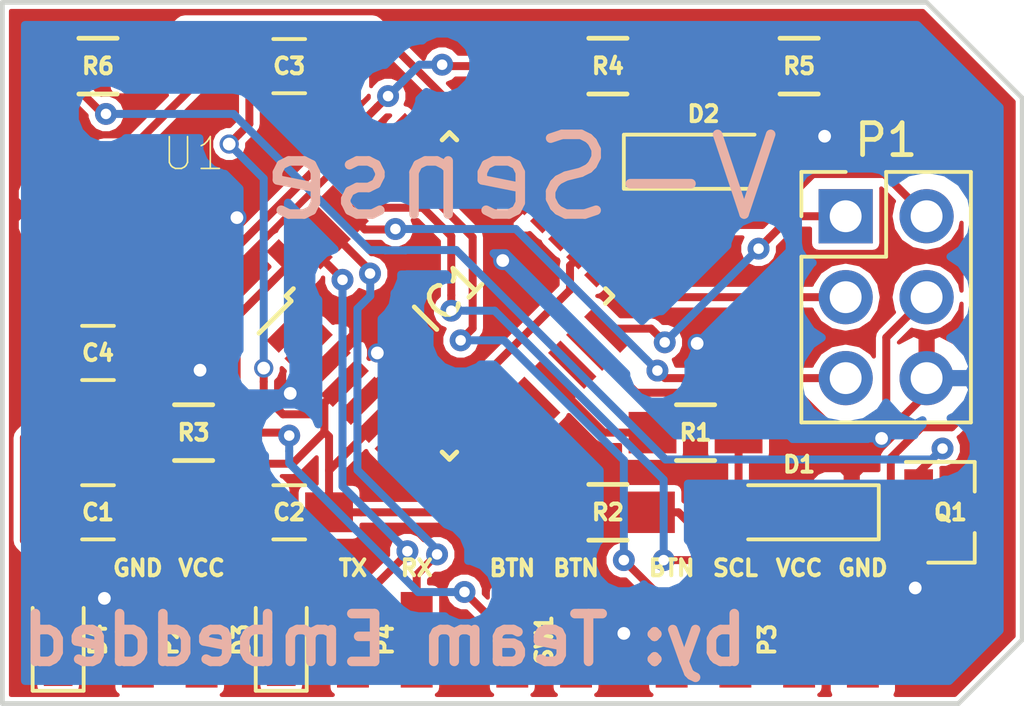
<source format=kicad_pcb>
(kicad_pcb (version 4) (host pcbnew 4.0.5)

  (general
    (links 0)
    (no_connects 1)
    (area 155.924999 106.924999 188.075001 129.075001)
    (thickness 1.6)
    (drawings 18)
    (tracks 275)
    (zones 0)
    (modules 22)
    (nets 23)
  )

  (page A4)
  (layers
    (0 F.Cu signal hide)
    (31 B.Cu signal hide)
    (32 B.Adhes user)
    (33 F.Adhes user hide)
    (34 B.Paste user)
    (35 F.Paste user)
    (36 B.SilkS user)
    (37 F.SilkS user)
    (38 B.Mask user)
    (39 F.Mask user)
    (40 Dwgs.User user)
    (41 Cmts.User user)
    (42 Eco1.User user)
    (43 Eco2.User user)
    (44 Edge.Cuts user)
    (45 Margin user)
    (46 B.CrtYd user)
    (47 F.CrtYd user)
    (48 B.Fab user)
    (49 F.Fab user)
  )

  (setup
    (last_trace_width 0.25)
    (user_trace_width 0.25)
    (trace_clearance 0.2)
    (zone_clearance 0.13)
    (zone_45_only no)
    (trace_min 0.13)
    (segment_width 0.2)
    (edge_width 0.15)
    (via_size 0.6)
    (via_drill 0.4)
    (via_min_size 0.4572)
    (via_min_drill 0.254)
    (user_via 0.4572 0.254)
    (user_via 0.6858 0.3302)
    (uvia_size 0.3)
    (uvia_drill 0.1)
    (uvias_allowed no)
    (uvia_min_size 0.2)
    (uvia_min_drill 0.1)
    (pcb_text_width 0.3)
    (pcb_text_size 1.5 1.5)
    (mod_edge_width 0.15)
    (mod_text_size 1 1)
    (mod_text_width 0.15)
    (pad_size 1.524 1.524)
    (pad_drill 0.762)
    (pad_to_mask_clearance 0.2)
    (aux_axis_origin 0 0)
    (visible_elements 7FFFFF7F)
    (pcbplotparams
      (layerselection 0x00030_80000001)
      (usegerberextensions false)
      (excludeedgelayer true)
      (linewidth 0.100000)
      (plotframeref false)
      (viasonmask false)
      (mode 1)
      (useauxorigin false)
      (hpglpennumber 1)
      (hpglpenspeed 20)
      (hpglpendiameter 15)
      (hpglpenoverlay 2)
      (psnegative false)
      (psa4output false)
      (plotreference true)
      (plotvalue true)
      (plotinvisibletext false)
      (padsonsilk false)
      (subtractmaskfromsilk false)
      (outputformat 1)
      (mirror false)
      (drillshape 1)
      (scaleselection 1)
      (outputdirectory ""))
  )

  (net 0 "")
  (net 1 /5V)
  (net 2 GND)
  (net 3 "Net-(C4-Pad1)")
  (net 4 "Net-(D1-Pad2)")
  (net 5 "Net-(D2-Pad2)")
  (net 6 "Net-(D3-Pad2)")
  (net 7 "Net-(D4-Pad1)")
  (net 8 "Net-(IC1-Pad10)")
  (net 9 "Net-(IC1-Pad13)")
  (net 10 /MOSI)
  (net 11 /MISO)
  (net 12 /SCK)
  (net 13 /VSENSE)
  (net 14 /OLED_SDA)
  (net 15 /OLED_SCL)
  (net 16 /RESET)
  (net 17 /DBG_RX)
  (net 18 /DBG_TX)
  (net 19 "Net-(IC1-Pad32)")
  (net 20 /OLED_ON)
  (net 21 "Net-(P3-Pad2)")
  (net 22 "Net-(Q1-Pad1)")

  (net_class Default "This is the default net class."
    (clearance 0.2)
    (trace_width 0.25)
    (via_dia 0.6)
    (via_drill 0.4)
    (uvia_dia 0.3)
    (uvia_drill 0.1)
    (add_net /5V)
    (add_net /DBG_RX)
    (add_net /DBG_TX)
    (add_net /MISO)
    (add_net /MOSI)
    (add_net /OLED_ON)
    (add_net /OLED_SCL)
    (add_net /OLED_SDA)
    (add_net /RESET)
    (add_net /SCK)
    (add_net /VSENSE)
    (add_net GND)
    (add_net "Net-(C4-Pad1)")
    (add_net "Net-(D1-Pad2)")
    (add_net "Net-(D2-Pad2)")
    (add_net "Net-(D3-Pad2)")
    (add_net "Net-(D4-Pad1)")
    (add_net "Net-(IC1-Pad10)")
    (add_net "Net-(IC1-Pad13)")
    (add_net "Net-(IC1-Pad32)")
    (add_net "Net-(P3-Pad2)")
    (add_net "Net-(Q1-Pad1)")
  )

  (module Capacitors_SMD:C_0805_HandSoldering (layer F.Cu) (tedit 58A095BE) (tstamp 589E3E9E)
    (at 159 123 180)
    (descr "Capacitor SMD 0805, hand soldering")
    (tags "capacitor 0805")
    (path /589E4AAD)
    (attr smd)
    (fp_text reference C1 (at 0 0 180) (layer F.SilkS)
      (effects (font (size 0.5 0.5) (thickness 0.125)))
    )
    (fp_text value 0.1uF (at 0 2.1 180) (layer F.Fab) hide
      (effects (font (size 1 1) (thickness 0.15)))
    )
    (fp_line (start -1 0.625) (end -1 -0.625) (layer F.Fab) (width 0.1))
    (fp_line (start 1 0.625) (end -1 0.625) (layer F.Fab) (width 0.1))
    (fp_line (start 1 -0.625) (end 1 0.625) (layer F.Fab) (width 0.1))
    (fp_line (start -1 -0.625) (end 1 -0.625) (layer F.Fab) (width 0.1))
    (fp_line (start -2.3 -1) (end 2.3 -1) (layer F.CrtYd) (width 0.05))
    (fp_line (start -2.3 1) (end 2.3 1) (layer F.CrtYd) (width 0.05))
    (fp_line (start -2.3 -1) (end -2.3 1) (layer F.CrtYd) (width 0.05))
    (fp_line (start 2.3 -1) (end 2.3 1) (layer F.CrtYd) (width 0.05))
    (fp_line (start 0.5 -0.85) (end -0.5 -0.85) (layer F.SilkS) (width 0.12))
    (fp_line (start -0.5 0.85) (end 0.5 0.85) (layer F.SilkS) (width 0.12))
    (pad 1 smd rect (at -1.25 0 180) (size 1.5 1.25) (layers F.Cu F.Paste F.Mask)
      (net 1 /5V))
    (pad 2 smd rect (at 1.25 0 180) (size 1.5 1.25) (layers F.Cu F.Paste F.Mask)
      (net 2 GND))
    (model Capacitors_SMD.3dshapes/C_0805_HandSoldering.wrl
      (at (xyz 0 0 0))
      (scale (xyz 1 1 1))
      (rotate (xyz 0 0 0))
    )
  )

  (module Capacitors_SMD:C_0805_HandSoldering (layer F.Cu) (tedit 58A095A0) (tstamp 589E3EA4)
    (at 165 123 180)
    (descr "Capacitor SMD 0805, hand soldering")
    (tags "capacitor 0805")
    (path /589E495B)
    (attr smd)
    (fp_text reference C2 (at 0 0 180) (layer F.SilkS)
      (effects (font (size 0.5 0.5) (thickness 0.125)))
    )
    (fp_text value 0.1uF (at 0 2.1 180) (layer F.Fab) hide
      (effects (font (size 1 1) (thickness 0.15)))
    )
    (fp_line (start -1 0.625) (end -1 -0.625) (layer F.Fab) (width 0.1))
    (fp_line (start 1 0.625) (end -1 0.625) (layer F.Fab) (width 0.1))
    (fp_line (start 1 -0.625) (end 1 0.625) (layer F.Fab) (width 0.1))
    (fp_line (start -1 -0.625) (end 1 -0.625) (layer F.Fab) (width 0.1))
    (fp_line (start -2.3 -1) (end 2.3 -1) (layer F.CrtYd) (width 0.05))
    (fp_line (start -2.3 1) (end 2.3 1) (layer F.CrtYd) (width 0.05))
    (fp_line (start -2.3 -1) (end -2.3 1) (layer F.CrtYd) (width 0.05))
    (fp_line (start 2.3 -1) (end 2.3 1) (layer F.CrtYd) (width 0.05))
    (fp_line (start 0.5 -0.85) (end -0.5 -0.85) (layer F.SilkS) (width 0.12))
    (fp_line (start -0.5 0.85) (end 0.5 0.85) (layer F.SilkS) (width 0.12))
    (pad 1 smd rect (at -1.25 0 180) (size 1.5 1.25) (layers F.Cu F.Paste F.Mask)
      (net 1 /5V))
    (pad 2 smd rect (at 1.25 0 180) (size 1.5 1.25) (layers F.Cu F.Paste F.Mask)
      (net 2 GND))
    (model Capacitors_SMD.3dshapes/C_0805_HandSoldering.wrl
      (at (xyz 0 0 0))
      (scale (xyz 1 1 1))
      (rotate (xyz 0 0 0))
    )
  )

  (module Capacitors_SMD:C_0805_HandSoldering (layer F.Cu) (tedit 58A0961F) (tstamp 589E3EAA)
    (at 165 109)
    (descr "Capacitor SMD 0805, hand soldering")
    (tags "capacitor 0805")
    (path /589E33F6)
    (attr smd)
    (fp_text reference C3 (at 0 0) (layer F.SilkS)
      (effects (font (size 0.5 0.5) (thickness 0.125)))
    )
    (fp_text value 0.1uF (at 0 2.1) (layer F.Fab) hide
      (effects (font (size 1 1) (thickness 0.15)))
    )
    (fp_line (start -1 0.625) (end -1 -0.625) (layer F.Fab) (width 0.1))
    (fp_line (start 1 0.625) (end -1 0.625) (layer F.Fab) (width 0.1))
    (fp_line (start 1 -0.625) (end 1 0.625) (layer F.Fab) (width 0.1))
    (fp_line (start -1 -0.625) (end 1 -0.625) (layer F.Fab) (width 0.1))
    (fp_line (start -2.3 -1) (end 2.3 -1) (layer F.CrtYd) (width 0.05))
    (fp_line (start -2.3 1) (end 2.3 1) (layer F.CrtYd) (width 0.05))
    (fp_line (start -2.3 -1) (end -2.3 1) (layer F.CrtYd) (width 0.05))
    (fp_line (start 2.3 -1) (end 2.3 1) (layer F.CrtYd) (width 0.05))
    (fp_line (start 0.5 -0.85) (end -0.5 -0.85) (layer F.SilkS) (width 0.12))
    (fp_line (start -0.5 0.85) (end 0.5 0.85) (layer F.SilkS) (width 0.12))
    (pad 1 smd rect (at -1.25 0) (size 1.5 1.25) (layers F.Cu F.Paste F.Mask)
      (net 1 /5V))
    (pad 2 smd rect (at 1.25 0) (size 1.5 1.25) (layers F.Cu F.Paste F.Mask)
      (net 2 GND))
    (model Capacitors_SMD.3dshapes/C_0805_HandSoldering.wrl
      (at (xyz 0 0 0))
      (scale (xyz 1 1 1))
      (rotate (xyz 0 0 0))
    )
  )

  (module Capacitors_SMD:C_0805_HandSoldering (layer F.Cu) (tedit 58A095E5) (tstamp 589E3EB0)
    (at 159 118)
    (descr "Capacitor SMD 0805, hand soldering")
    (tags "capacitor 0805")
    (path /589E34A6)
    (attr smd)
    (fp_text reference C4 (at 0 0) (layer F.SilkS)
      (effects (font (size 0.5 0.5) (thickness 0.125)))
    )
    (fp_text value 0.33uF (at 0 2.1) (layer F.Fab) hide
      (effects (font (size 1 1) (thickness 0.15)))
    )
    (fp_line (start -1 0.625) (end -1 -0.625) (layer F.Fab) (width 0.1))
    (fp_line (start 1 0.625) (end -1 0.625) (layer F.Fab) (width 0.1))
    (fp_line (start 1 -0.625) (end 1 0.625) (layer F.Fab) (width 0.1))
    (fp_line (start -1 -0.625) (end 1 -0.625) (layer F.Fab) (width 0.1))
    (fp_line (start -2.3 -1) (end 2.3 -1) (layer F.CrtYd) (width 0.05))
    (fp_line (start -2.3 1) (end 2.3 1) (layer F.CrtYd) (width 0.05))
    (fp_line (start -2.3 -1) (end -2.3 1) (layer F.CrtYd) (width 0.05))
    (fp_line (start 2.3 -1) (end 2.3 1) (layer F.CrtYd) (width 0.05))
    (fp_line (start 0.5 -0.85) (end -0.5 -0.85) (layer F.SilkS) (width 0.12))
    (fp_line (start -0.5 0.85) (end 0.5 0.85) (layer F.SilkS) (width 0.12))
    (pad 1 smd rect (at -1.25 0) (size 1.5 1.25) (layers F.Cu F.Paste F.Mask)
      (net 3 "Net-(C4-Pad1)"))
    (pad 2 smd rect (at 1.25 0) (size 1.5 1.25) (layers F.Cu F.Paste F.Mask)
      (net 2 GND))
    (model Capacitors_SMD.3dshapes/C_0805_HandSoldering.wrl
      (at (xyz 0 0 0))
      (scale (xyz 1 1 1))
      (rotate (xyz 0 0 0))
    )
  )

  (module LEDs:LED_1206 (layer F.Cu) (tedit 58A09574) (tstamp 589E3EB6)
    (at 181 123 180)
    (descr "LED 1206 smd package")
    (tags "LED led 1206 SMD smd SMT smt smdled SMDLED smtled SMTLED")
    (path /589E9948)
    (attr smd)
    (fp_text reference D1 (at 0 1.5 180) (layer F.SilkS)
      (effects (font (size 0.5 0.5) (thickness 0.125)))
    )
    (fp_text value LED (at 0 1.7 180) (layer F.Fab) hide
      (effects (font (size 1 1) (thickness 0.15)))
    )
    (fp_line (start -2.5 -0.85) (end -2.5 0.85) (layer F.SilkS) (width 0.12))
    (fp_line (start -0.45 -0.4) (end -0.45 0.4) (layer F.Fab) (width 0.1))
    (fp_line (start -0.4 0) (end 0.2 -0.4) (layer F.Fab) (width 0.1))
    (fp_line (start 0.2 0.4) (end -0.4 0) (layer F.Fab) (width 0.1))
    (fp_line (start 0.2 -0.4) (end 0.2 0.4) (layer F.Fab) (width 0.1))
    (fp_line (start 1.6 0.8) (end -1.6 0.8) (layer F.Fab) (width 0.1))
    (fp_line (start 1.6 -0.8) (end 1.6 0.8) (layer F.Fab) (width 0.1))
    (fp_line (start -1.6 -0.8) (end 1.6 -0.8) (layer F.Fab) (width 0.1))
    (fp_line (start -1.6 0.8) (end -1.6 -0.8) (layer F.Fab) (width 0.1))
    (fp_line (start -2.45 0.85) (end 1.6 0.85) (layer F.SilkS) (width 0.12))
    (fp_line (start -2.45 -0.85) (end 1.6 -0.85) (layer F.SilkS) (width 0.12))
    (fp_line (start 2.65 -1) (end 2.65 1) (layer F.CrtYd) (width 0.05))
    (fp_line (start 2.65 1) (end -2.65 1) (layer F.CrtYd) (width 0.05))
    (fp_line (start -2.65 1) (end -2.65 -1) (layer F.CrtYd) (width 0.05))
    (fp_line (start -2.65 -1) (end 2.65 -1) (layer F.CrtYd) (width 0.05))
    (pad 2 smd rect (at 1.65 0) (size 1.5 1.5) (layers F.Cu F.Paste F.Mask)
      (net 4 "Net-(D1-Pad2)"))
    (pad 1 smd rect (at -1.65 0) (size 1.5 1.5) (layers F.Cu F.Paste F.Mask)
      (net 2 GND))
    (model LEDs.3dshapes/LED_1206.wrl
      (at (xyz 0 0 0))
      (scale (xyz 1 1 1))
      (rotate (xyz 0 0 180))
    )
  )

  (module LEDs:LED_1206 (layer F.Cu) (tedit 58A0952C) (tstamp 589E3EBC)
    (at 178 112)
    (descr "LED 1206 smd package")
    (tags "LED led 1206 SMD smd SMT smt smdled SMDLED smtled SMTLED")
    (path /589EB6DE)
    (attr smd)
    (fp_text reference D2 (at 0 -1.5) (layer F.SilkS)
      (effects (font (size 0.5 0.5) (thickness 0.125)))
    )
    (fp_text value LED (at 0 1.7) (layer F.Fab) hide
      (effects (font (size 1 1) (thickness 0.15)))
    )
    (fp_line (start -2.5 -0.85) (end -2.5 0.85) (layer F.SilkS) (width 0.12))
    (fp_line (start -0.45 -0.4) (end -0.45 0.4) (layer F.Fab) (width 0.1))
    (fp_line (start -0.4 0) (end 0.2 -0.4) (layer F.Fab) (width 0.1))
    (fp_line (start 0.2 0.4) (end -0.4 0) (layer F.Fab) (width 0.1))
    (fp_line (start 0.2 -0.4) (end 0.2 0.4) (layer F.Fab) (width 0.1))
    (fp_line (start 1.6 0.8) (end -1.6 0.8) (layer F.Fab) (width 0.1))
    (fp_line (start 1.6 -0.8) (end 1.6 0.8) (layer F.Fab) (width 0.1))
    (fp_line (start -1.6 -0.8) (end 1.6 -0.8) (layer F.Fab) (width 0.1))
    (fp_line (start -1.6 0.8) (end -1.6 -0.8) (layer F.Fab) (width 0.1))
    (fp_line (start -2.45 0.85) (end 1.6 0.85) (layer F.SilkS) (width 0.12))
    (fp_line (start -2.45 -0.85) (end 1.6 -0.85) (layer F.SilkS) (width 0.12))
    (fp_line (start 2.65 -1) (end 2.65 1) (layer F.CrtYd) (width 0.05))
    (fp_line (start 2.65 1) (end -2.65 1) (layer F.CrtYd) (width 0.05))
    (fp_line (start -2.65 1) (end -2.65 -1) (layer F.CrtYd) (width 0.05))
    (fp_line (start -2.65 -1) (end 2.65 -1) (layer F.CrtYd) (width 0.05))
    (pad 2 smd rect (at 1.65 0 180) (size 1.5 1.5) (layers F.Cu F.Paste F.Mask)
      (net 5 "Net-(D2-Pad2)"))
    (pad 1 smd rect (at -1.65 0 180) (size 1.5 1.5) (layers F.Cu F.Paste F.Mask)
      (net 2 GND))
    (model LEDs.3dshapes/LED_1206.wrl
      (at (xyz 0 0 0))
      (scale (xyz 1 1 1))
      (rotate (xyz 0 0 180))
    )
  )

  (module Diodes_SMD:D_0805 (layer F.Cu) (tedit 58A095AD) (tstamp 589E3EC2)
    (at 164.75 127 90)
    (descr "Diode SMD in 0805 package")
    (tags "smd diode")
    (path /589E5CE6)
    (attr smd)
    (fp_text reference D3 (at 0 -1.25 270) (layer F.SilkS)
      (effects (font (size 0.5 0.5) (thickness 0.125)))
    )
    (fp_text value D (at 0 -1.6 90) (layer F.Fab) hide
      (effects (font (size 1 1) (thickness 0.15)))
    )
    (fp_line (start -1.6 -0.8) (end -1.6 0.8) (layer F.SilkS) (width 0.12))
    (fp_line (start -1.7 0.88) (end -1.7 -0.88) (layer F.CrtYd) (width 0.05))
    (fp_line (start 1.7 0.88) (end -1.7 0.88) (layer F.CrtYd) (width 0.05))
    (fp_line (start 1.7 -0.88) (end 1.7 0.88) (layer F.CrtYd) (width 0.05))
    (fp_line (start -1.7 -0.88) (end 1.7 -0.88) (layer F.CrtYd) (width 0.05))
    (fp_line (start 0.2 0) (end 0.4 0) (layer F.Fab) (width 0.1))
    (fp_line (start -0.1 0) (end -0.3 0) (layer F.Fab) (width 0.1))
    (fp_line (start -0.1 -0.2) (end -0.1 0.2) (layer F.Fab) (width 0.1))
    (fp_line (start 0.2 0.2) (end 0.2 -0.2) (layer F.Fab) (width 0.1))
    (fp_line (start -0.1 0) (end 0.2 0.2) (layer F.Fab) (width 0.1))
    (fp_line (start 0.2 -0.2) (end -0.1 0) (layer F.Fab) (width 0.1))
    (fp_line (start -1 0.625) (end -1 -0.625) (layer F.Fab) (width 0.1))
    (fp_line (start 1 0.625) (end -1 0.625) (layer F.Fab) (width 0.1))
    (fp_line (start 1 -0.625) (end 1 0.625) (layer F.Fab) (width 0.1))
    (fp_line (start -1 -0.625) (end 1 -0.625) (layer F.Fab) (width 0.1))
    (fp_line (start -1.6 0.8) (end 1 0.8) (layer F.SilkS) (width 0.12))
    (fp_line (start -1.6 -0.8) (end 1 -0.8) (layer F.SilkS) (width 0.12))
    (pad 1 smd rect (at -1.05 0 90) (size 0.8 0.9) (layers F.Cu F.Paste F.Mask)
      (net 3 "Net-(C4-Pad1)"))
    (pad 2 smd rect (at 1.05 0 90) (size 0.8 0.9) (layers F.Cu F.Paste F.Mask)
      (net 6 "Net-(D3-Pad2)"))
  )

  (module Diodes_SMD:D_0805 (layer F.Cu) (tedit 58A095C6) (tstamp 589E3EC8)
    (at 157.75 127 90)
    (descr "Diode SMD in 0805 package")
    (tags "smd diode")
    (path /589E60BD)
    (attr smd)
    (fp_text reference D4 (at 0 1.25 90) (layer F.SilkS)
      (effects (font (size 0.5 0.5) (thickness 0.125)))
    )
    (fp_text value D (at 0 -1.6 90) (layer F.Fab) hide
      (effects (font (size 1 1) (thickness 0.15)))
    )
    (fp_line (start -1.6 -0.8) (end -1.6 0.8) (layer F.SilkS) (width 0.12))
    (fp_line (start -1.7 0.88) (end -1.7 -0.88) (layer F.CrtYd) (width 0.05))
    (fp_line (start 1.7 0.88) (end -1.7 0.88) (layer F.CrtYd) (width 0.05))
    (fp_line (start 1.7 -0.88) (end 1.7 0.88) (layer F.CrtYd) (width 0.05))
    (fp_line (start -1.7 -0.88) (end 1.7 -0.88) (layer F.CrtYd) (width 0.05))
    (fp_line (start 0.2 0) (end 0.4 0) (layer F.Fab) (width 0.1))
    (fp_line (start -0.1 0) (end -0.3 0) (layer F.Fab) (width 0.1))
    (fp_line (start -0.1 -0.2) (end -0.1 0.2) (layer F.Fab) (width 0.1))
    (fp_line (start 0.2 0.2) (end 0.2 -0.2) (layer F.Fab) (width 0.1))
    (fp_line (start -0.1 0) (end 0.2 0.2) (layer F.Fab) (width 0.1))
    (fp_line (start 0.2 -0.2) (end -0.1 0) (layer F.Fab) (width 0.1))
    (fp_line (start -1 0.625) (end -1 -0.625) (layer F.Fab) (width 0.1))
    (fp_line (start 1 0.625) (end -1 0.625) (layer F.Fab) (width 0.1))
    (fp_line (start 1 -0.625) (end 1 0.625) (layer F.Fab) (width 0.1))
    (fp_line (start -1 -0.625) (end 1 -0.625) (layer F.Fab) (width 0.1))
    (fp_line (start -1.6 0.8) (end 1 0.8) (layer F.SilkS) (width 0.12))
    (fp_line (start -1.6 -0.8) (end 1 -0.8) (layer F.SilkS) (width 0.12))
    (pad 1 smd rect (at -1.05 0 90) (size 0.8 0.9) (layers F.Cu F.Paste F.Mask)
      (net 7 "Net-(D4-Pad1)"))
    (pad 2 smd rect (at 1.05 0 90) (size 0.8 0.9) (layers F.Cu F.Paste F.Mask)
      (net 2 GND))
  )

  (module Housings_QFP:TQFP-32_7x7mm_Pitch0.8mm (layer F.Cu) (tedit 58A094E0) (tstamp 589E3EEC)
    (at 170.027639 116.211953 45)
    (descr "32-Lead Plastic Thin Quad Flatpack (PT) - 7x7x1.0 mm Body, 2.00 mm [TQFP] (see Microchip Packaging Specification 00000049BS.pdf)")
    (tags "QFP 0.8")
    (path /589E2F74)
    (attr smd)
    (fp_text reference IC1 (at -0.046447 0.00736 45) (layer F.SilkS)
      (effects (font (size 1 1) (thickness 0.15)))
    )
    (fp_text value ATMEGA328P-A (at 0 6.05 45) (layer F.Fab) hide
      (effects (font (size 1 1) (thickness 0.15)))
    )
    (fp_text user %R (at 0 0 45) (layer F.Fab) hide
      (effects (font (size 1 1) (thickness 0.15)))
    )
    (fp_line (start -2.5 -3.5) (end 3.5 -3.5) (layer F.Fab) (width 0.15))
    (fp_line (start 3.5 -3.5) (end 3.5 3.5) (layer F.Fab) (width 0.15))
    (fp_line (start 3.5 3.5) (end -3.5 3.5) (layer F.Fab) (width 0.15))
    (fp_line (start -3.5 3.5) (end -3.5 -2.5) (layer F.Fab) (width 0.15))
    (fp_line (start -3.5 -2.5) (end -2.5 -3.5) (layer F.Fab) (width 0.15))
    (fp_line (start -5.3 -5.3) (end -5.3 5.3) (layer F.CrtYd) (width 0.05))
    (fp_line (start 5.3 -5.3) (end 5.3 5.3) (layer F.CrtYd) (width 0.05))
    (fp_line (start -5.3 -5.3) (end 5.3 -5.3) (layer F.CrtYd) (width 0.05))
    (fp_line (start -5.3 5.3) (end 5.3 5.3) (layer F.CrtYd) (width 0.05))
    (fp_line (start -3.625 -3.625) (end -3.625 -3.4) (layer F.SilkS) (width 0.15))
    (fp_line (start 3.625 -3.625) (end 3.625 -3.3) (layer F.SilkS) (width 0.15))
    (fp_line (start 3.625 3.625) (end 3.625 3.3) (layer F.SilkS) (width 0.15))
    (fp_line (start -3.625 3.625) (end -3.625 3.3) (layer F.SilkS) (width 0.15))
    (fp_line (start -3.625 -3.625) (end -3.3 -3.625) (layer F.SilkS) (width 0.15))
    (fp_line (start -3.625 3.625) (end -3.3 3.625) (layer F.SilkS) (width 0.15))
    (fp_line (start 3.625 3.625) (end 3.3 3.625) (layer F.SilkS) (width 0.15))
    (fp_line (start 3.625 -3.625) (end 3.3 -3.625) (layer F.SilkS) (width 0.15))
    (fp_line (start -3.625 -3.4) (end -5.05 -3.4) (layer F.SilkS) (width 0.15))
    (pad 1 smd rect (at -4.25 -2.8 45) (size 1.6 0.55) (layers F.Cu F.Paste F.Mask))
    (pad 2 smd rect (at -4.25 -2 45) (size 1.6 0.55) (layers F.Cu F.Paste F.Mask))
    (pad 3 smd rect (at -4.25 -1.2 45) (size 1.6 0.55) (layers F.Cu F.Paste F.Mask)
      (net 2 GND))
    (pad 4 smd rect (at -4.25 -0.4 45) (size 1.6 0.55) (layers F.Cu F.Paste F.Mask)
      (net 1 /5V))
    (pad 5 smd rect (at -4.25 0.4 45) (size 1.6 0.55) (layers F.Cu F.Paste F.Mask)
      (net 2 GND))
    (pad 6 smd rect (at -4.25 1.2 45) (size 1.6 0.55) (layers F.Cu F.Paste F.Mask)
      (net 1 /5V))
    (pad 7 smd rect (at -4.25 2 45) (size 1.6 0.55) (layers F.Cu F.Paste F.Mask))
    (pad 8 smd rect (at -4.25 2.8 45) (size 1.6 0.55) (layers F.Cu F.Paste F.Mask))
    (pad 9 smd rect (at -2.8 4.25 135) (size 1.6 0.55) (layers F.Cu F.Paste F.Mask))
    (pad 10 smd rect (at -2 4.25 135) (size 1.6 0.55) (layers F.Cu F.Paste F.Mask)
      (net 8 "Net-(IC1-Pad10)"))
    (pad 11 smd rect (at -1.2 4.25 135) (size 1.6 0.55) (layers F.Cu F.Paste F.Mask))
    (pad 12 smd rect (at -0.4 4.25 135) (size 1.6 0.55) (layers F.Cu F.Paste F.Mask))
    (pad 13 smd rect (at 0.4 4.25 135) (size 1.6 0.55) (layers F.Cu F.Paste F.Mask)
      (net 9 "Net-(IC1-Pad13)"))
    (pad 14 smd rect (at 1.2 4.25 135) (size 1.6 0.55) (layers F.Cu F.Paste F.Mask))
    (pad 15 smd rect (at 2 4.25 135) (size 1.6 0.55) (layers F.Cu F.Paste F.Mask)
      (net 10 /MOSI))
    (pad 16 smd rect (at 2.8 4.25 135) (size 1.6 0.55) (layers F.Cu F.Paste F.Mask)
      (net 11 /MISO))
    (pad 17 smd rect (at 4.25 2.8 45) (size 1.6 0.55) (layers F.Cu F.Paste F.Mask)
      (net 12 /SCK))
    (pad 18 smd rect (at 4.25 2 45) (size 1.6 0.55) (layers F.Cu F.Paste F.Mask)
      (net 1 /5V))
    (pad 19 smd rect (at 4.25 1.2 45) (size 1.6 0.55) (layers F.Cu F.Paste F.Mask))
    (pad 20 smd rect (at 4.25 0.4 45) (size 1.6 0.55) (layers F.Cu F.Paste F.Mask))
    (pad 21 smd rect (at 4.25 -0.4 45) (size 1.6 0.55) (layers F.Cu F.Paste F.Mask)
      (net 2 GND))
    (pad 22 smd rect (at 4.25 -1.2 45) (size 1.6 0.55) (layers F.Cu F.Paste F.Mask))
    (pad 23 smd rect (at 4.25 -2 45) (size 1.6 0.55) (layers F.Cu F.Paste F.Mask)
      (net 13 /VSENSE))
    (pad 24 smd rect (at 4.25 -2.8 45) (size 1.6 0.55) (layers F.Cu F.Paste F.Mask)
      (net 20 /OLED_ON))
    (pad 25 smd rect (at 2.8 -4.25 135) (size 1.6 0.55) (layers F.Cu F.Paste F.Mask))
    (pad 26 smd rect (at 2 -4.25 135) (size 1.6 0.55) (layers F.Cu F.Paste F.Mask))
    (pad 27 smd rect (at 1.2 -4.25 135) (size 1.6 0.55) (layers F.Cu F.Paste F.Mask)
      (net 14 /OLED_SDA))
    (pad 28 smd rect (at 0.4 -4.25 135) (size 1.6 0.55) (layers F.Cu F.Paste F.Mask)
      (net 15 /OLED_SCL))
    (pad 29 smd rect (at -0.4 -4.25 135) (size 1.6 0.55) (layers F.Cu F.Paste F.Mask)
      (net 16 /RESET))
    (pad 30 smd rect (at -1.2 -4.25 135) (size 1.6 0.55) (layers F.Cu F.Paste F.Mask)
      (net 17 /DBG_RX))
    (pad 31 smd rect (at -2 -4.25 135) (size 1.6 0.55) (layers F.Cu F.Paste F.Mask)
      (net 18 /DBG_TX))
    (pad 32 smd rect (at -2.8 -4.25 135) (size 1.6 0.55) (layers F.Cu F.Paste F.Mask)
      (net 19 "Net-(IC1-Pad32)"))
    (model Housings_QFP.3dshapes/TQFP-32_7x7mm_Pitch0.8mm.wrl
      (at (xyz 0 0 0))
      (scale (xyz 1 1 1))
      (rotate (xyz 0 0 0))
    )
  )

  (module Pin_Headers:Pin_Header_Straight_2x03_Pitch2.54mm (layer F.Cu) (tedit 58A094AE) (tstamp 589E3EF6)
    (at 182.46 113.71)
    (descr "Through hole straight pin header, 2x03, 2.54mm pitch, double rows")
    (tags "Through hole pin header THT 2x03 2.54mm double row")
    (path /589EF013)
    (fp_text reference P1 (at 1.27 -2.39) (layer F.SilkS)
      (effects (font (size 1 1) (thickness 0.15)))
    )
    (fp_text value PROG (at 1.27 7.47) (layer F.Fab) hide
      (effects (font (size 1 1) (thickness 0.15)))
    )
    (fp_line (start -1.27 -1.27) (end -1.27 6.35) (layer F.Fab) (width 0.1))
    (fp_line (start -1.27 6.35) (end 3.81 6.35) (layer F.Fab) (width 0.1))
    (fp_line (start 3.81 6.35) (end 3.81 -1.27) (layer F.Fab) (width 0.1))
    (fp_line (start 3.81 -1.27) (end -1.27 -1.27) (layer F.Fab) (width 0.1))
    (fp_line (start -1.39 1.27) (end -1.39 6.47) (layer F.SilkS) (width 0.12))
    (fp_line (start -1.39 6.47) (end 3.93 6.47) (layer F.SilkS) (width 0.12))
    (fp_line (start 3.93 6.47) (end 3.93 -1.39) (layer F.SilkS) (width 0.12))
    (fp_line (start 3.93 -1.39) (end 1.27 -1.39) (layer F.SilkS) (width 0.12))
    (fp_line (start 1.27 -1.39) (end 1.27 1.27) (layer F.SilkS) (width 0.12))
    (fp_line (start 1.27 1.27) (end -1.39 1.27) (layer F.SilkS) (width 0.12))
    (fp_line (start -1.39 0) (end -1.39 -1.39) (layer F.SilkS) (width 0.12))
    (fp_line (start -1.39 -1.39) (end 0 -1.39) (layer F.SilkS) (width 0.12))
    (fp_line (start -1.6 -1.6) (end -1.6 6.6) (layer F.CrtYd) (width 0.05))
    (fp_line (start -1.6 6.6) (end 4.1 6.6) (layer F.CrtYd) (width 0.05))
    (fp_line (start 4.1 6.6) (end 4.1 -1.6) (layer F.CrtYd) (width 0.05))
    (fp_line (start 4.1 -1.6) (end -1.6 -1.6) (layer F.CrtYd) (width 0.05))
    (pad 1 thru_hole rect (at 0 0) (size 1.7 1.7) (drill 1) (layers *.Cu *.Mask)
      (net 11 /MISO))
    (pad 2 thru_hole oval (at 2.54 0) (size 1.7 1.7) (drill 1) (layers *.Cu *.Mask)
      (net 1 /5V))
    (pad 3 thru_hole oval (at 0 2.54) (size 1.7 1.7) (drill 1) (layers *.Cu *.Mask)
      (net 12 /SCK))
    (pad 4 thru_hole oval (at 2.54 2.54) (size 1.7 1.7) (drill 1) (layers *.Cu *.Mask)
      (net 10 /MOSI))
    (pad 5 thru_hole oval (at 0 5.08) (size 1.7 1.7) (drill 1) (layers *.Cu *.Mask)
      (net 16 /RESET))
    (pad 6 thru_hole oval (at 2.54 5.08) (size 1.7 1.7) (drill 1) (layers *.Cu *.Mask)
      (net 2 GND))
    (model Pin_Headers.3dshapes/Pin_Header_Straight_2x03_Pitch2.54mm.wrl
      (at (xyz 0.05 -0.1 0))
      (scale (xyz 1 1 1))
      (rotate (xyz 0 0 90))
    )
  )

  (module Resistors_SMD:R_0805_HandSoldering (layer F.Cu) (tedit 58A09546) (tstamp 589E3F10)
    (at 177.75 120.5)
    (descr "Resistor SMD 0805, hand soldering")
    (tags "resistor 0805")
    (path /589E9F88)
    (attr smd)
    (fp_text reference R1 (at 0 0) (layer F.SilkS)
      (effects (font (size 0.5 0.5) (thickness 0.125)))
    )
    (fp_text value R (at 0 2.1) (layer F.Fab) hide
      (effects (font (size 1 1) (thickness 0.15)))
    )
    (fp_line (start -1 0.625) (end -1 -0.625) (layer F.Fab) (width 0.1))
    (fp_line (start 1 0.625) (end -1 0.625) (layer F.Fab) (width 0.1))
    (fp_line (start 1 -0.625) (end 1 0.625) (layer F.Fab) (width 0.1))
    (fp_line (start -1 -0.625) (end 1 -0.625) (layer F.Fab) (width 0.1))
    (fp_line (start -2.4 -1) (end 2.4 -1) (layer F.CrtYd) (width 0.05))
    (fp_line (start -2.4 1) (end 2.4 1) (layer F.CrtYd) (width 0.05))
    (fp_line (start -2.4 -1) (end -2.4 1) (layer F.CrtYd) (width 0.05))
    (fp_line (start 2.4 -1) (end 2.4 1) (layer F.CrtYd) (width 0.05))
    (fp_line (start 0.6 0.875) (end -0.6 0.875) (layer F.SilkS) (width 0.15))
    (fp_line (start -0.6 -0.875) (end 0.6 -0.875) (layer F.SilkS) (width 0.15))
    (pad 1 smd rect (at -1.35 0) (size 1.5 1.3) (layers F.Cu F.Paste F.Mask)
      (net 9 "Net-(IC1-Pad13)"))
    (pad 2 smd rect (at 1.35 0) (size 1.5 1.3) (layers F.Cu F.Paste F.Mask)
      (net 4 "Net-(D1-Pad2)"))
    (model Resistors_SMD.3dshapes/R_0805_HandSoldering.wrl
      (at (xyz 0 0 0))
      (scale (xyz 1 1 1))
      (rotate (xyz 0 0 0))
    )
  )

  (module Resistors_SMD:R_0805_HandSoldering (layer F.Cu) (tedit 58A09555) (tstamp 589E3F16)
    (at 175 123)
    (descr "Resistor SMD 0805, hand soldering")
    (tags "resistor 0805")
    (path /589EB6E4)
    (attr smd)
    (fp_text reference R2 (at 0 0) (layer F.SilkS)
      (effects (font (size 0.5 0.5) (thickness 0.125)))
    )
    (fp_text value R (at 0 2.1) (layer F.Fab) hide
      (effects (font (size 1 1) (thickness 0.15)))
    )
    (fp_line (start -1 0.625) (end -1 -0.625) (layer F.Fab) (width 0.1))
    (fp_line (start 1 0.625) (end -1 0.625) (layer F.Fab) (width 0.1))
    (fp_line (start 1 -0.625) (end 1 0.625) (layer F.Fab) (width 0.1))
    (fp_line (start -1 -0.625) (end 1 -0.625) (layer F.Fab) (width 0.1))
    (fp_line (start -2.4 -1) (end 2.4 -1) (layer F.CrtYd) (width 0.05))
    (fp_line (start -2.4 1) (end 2.4 1) (layer F.CrtYd) (width 0.05))
    (fp_line (start -2.4 -1) (end -2.4 1) (layer F.CrtYd) (width 0.05))
    (fp_line (start 2.4 -1) (end 2.4 1) (layer F.CrtYd) (width 0.05))
    (fp_line (start 0.6 0.875) (end -0.6 0.875) (layer F.SilkS) (width 0.15))
    (fp_line (start -0.6 -0.875) (end 0.6 -0.875) (layer F.SilkS) (width 0.15))
    (pad 1 smd rect (at -1.35 0) (size 1.5 1.3) (layers F.Cu F.Paste F.Mask)
      (net 8 "Net-(IC1-Pad10)"))
    (pad 2 smd rect (at 1.35 0) (size 1.5 1.3) (layers F.Cu F.Paste F.Mask)
      (net 5 "Net-(D2-Pad2)"))
    (model Resistors_SMD.3dshapes/R_0805_HandSoldering.wrl
      (at (xyz 0 0 0))
      (scale (xyz 1 1 1))
      (rotate (xyz 0 0 0))
    )
  )

  (module Resistors_SMD:R_0805_HandSoldering (layer F.Cu) (tedit 58A095DD) (tstamp 589E3F1C)
    (at 162 120.5 180)
    (descr "Resistor SMD 0805, hand soldering")
    (tags "resistor 0805")
    (path /589E7EAB)
    (attr smd)
    (fp_text reference R3 (at 0 0 180) (layer F.SilkS)
      (effects (font (size 0.5 0.5) (thickness 0.125)))
    )
    (fp_text value R (at 0 2.1 180) (layer F.Fab) hide
      (effects (font (size 1 1) (thickness 0.15)))
    )
    (fp_line (start -1 0.625) (end -1 -0.625) (layer F.Fab) (width 0.1))
    (fp_line (start 1 0.625) (end -1 0.625) (layer F.Fab) (width 0.1))
    (fp_line (start 1 -0.625) (end 1 0.625) (layer F.Fab) (width 0.1))
    (fp_line (start -1 -0.625) (end 1 -0.625) (layer F.Fab) (width 0.1))
    (fp_line (start -2.4 -1) (end 2.4 -1) (layer F.CrtYd) (width 0.05))
    (fp_line (start -2.4 1) (end 2.4 1) (layer F.CrtYd) (width 0.05))
    (fp_line (start -2.4 -1) (end -2.4 1) (layer F.CrtYd) (width 0.05))
    (fp_line (start 2.4 -1) (end 2.4 1) (layer F.CrtYd) (width 0.05))
    (fp_line (start 0.6 0.875) (end -0.6 0.875) (layer F.SilkS) (width 0.15))
    (fp_line (start -0.6 -0.875) (end 0.6 -0.875) (layer F.SilkS) (width 0.15))
    (pad 1 smd rect (at -1.35 0 180) (size 1.5 1.3) (layers F.Cu F.Paste F.Mask)
      (net 19 "Net-(IC1-Pad32)"))
    (pad 2 smd rect (at 1.35 0 180) (size 1.5 1.3) (layers F.Cu F.Paste F.Mask)
      (net 2 GND))
    (model Resistors_SMD.3dshapes/R_0805_HandSoldering.wrl
      (at (xyz 0 0 0))
      (scale (xyz 1 1 1))
      (rotate (xyz 0 0 0))
    )
  )

  (module Resistors_SMD:R_0805_HandSoldering (layer F.Cu) (tedit 58A0951D) (tstamp 589E3F22)
    (at 175 109)
    (descr "Resistor SMD 0805, hand soldering")
    (tags "resistor 0805")
    (path /589E81EF)
    (attr smd)
    (fp_text reference R4 (at 0 0) (layer F.SilkS)
      (effects (font (size 0.5 0.5) (thickness 0.125)))
    )
    (fp_text value R (at 0 2.1) (layer F.Fab) hide
      (effects (font (size 1 1) (thickness 0.15)))
    )
    (fp_line (start -1 0.625) (end -1 -0.625) (layer F.Fab) (width 0.1))
    (fp_line (start 1 0.625) (end -1 0.625) (layer F.Fab) (width 0.1))
    (fp_line (start 1 -0.625) (end 1 0.625) (layer F.Fab) (width 0.1))
    (fp_line (start -1 -0.625) (end 1 -0.625) (layer F.Fab) (width 0.1))
    (fp_line (start -2.4 -1) (end 2.4 -1) (layer F.CrtYd) (width 0.05))
    (fp_line (start -2.4 1) (end 2.4 1) (layer F.CrtYd) (width 0.05))
    (fp_line (start -2.4 -1) (end -2.4 1) (layer F.CrtYd) (width 0.05))
    (fp_line (start 2.4 -1) (end 2.4 1) (layer F.CrtYd) (width 0.05))
    (fp_line (start 0.6 0.875) (end -0.6 0.875) (layer F.SilkS) (width 0.15))
    (fp_line (start -0.6 -0.875) (end 0.6 -0.875) (layer F.SilkS) (width 0.15))
    (pad 1 smd rect (at -1.35 0) (size 1.5 1.3) (layers F.Cu F.Paste F.Mask)
      (net 3 "Net-(C4-Pad1)"))
    (pad 2 smd rect (at 1.35 0) (size 1.5 1.3) (layers F.Cu F.Paste F.Mask)
      (net 13 /VSENSE))
    (model Resistors_SMD.3dshapes/R_0805_HandSoldering.wrl
      (at (xyz 0 0 0))
      (scale (xyz 1 1 1))
      (rotate (xyz 0 0 0))
    )
  )

  (module Resistors_SMD:R_0805_HandSoldering (layer F.Cu) (tedit 58A0950E) (tstamp 589E3F28)
    (at 181 109)
    (descr "Resistor SMD 0805, hand soldering")
    (tags "resistor 0805")
    (path /589E8912)
    (attr smd)
    (fp_text reference R5 (at 0 0) (layer F.SilkS)
      (effects (font (size 0.5 0.5) (thickness 0.125)))
    )
    (fp_text value R (at 0 2.1) (layer F.Fab) hide
      (effects (font (size 1 1) (thickness 0.15)))
    )
    (fp_line (start -1 0.625) (end -1 -0.625) (layer F.Fab) (width 0.1))
    (fp_line (start 1 0.625) (end -1 0.625) (layer F.Fab) (width 0.1))
    (fp_line (start 1 -0.625) (end 1 0.625) (layer F.Fab) (width 0.1))
    (fp_line (start -1 -0.625) (end 1 -0.625) (layer F.Fab) (width 0.1))
    (fp_line (start -2.4 -1) (end 2.4 -1) (layer F.CrtYd) (width 0.05))
    (fp_line (start -2.4 1) (end 2.4 1) (layer F.CrtYd) (width 0.05))
    (fp_line (start -2.4 -1) (end -2.4 1) (layer F.CrtYd) (width 0.05))
    (fp_line (start 2.4 -1) (end 2.4 1) (layer F.CrtYd) (width 0.05))
    (fp_line (start 0.6 0.875) (end -0.6 0.875) (layer F.SilkS) (width 0.15))
    (fp_line (start -0.6 -0.875) (end 0.6 -0.875) (layer F.SilkS) (width 0.15))
    (pad 1 smd rect (at -1.35 0) (size 1.5 1.3) (layers F.Cu F.Paste F.Mask)
      (net 13 /VSENSE))
    (pad 2 smd rect (at 1.35 0) (size 1.5 1.3) (layers F.Cu F.Paste F.Mask)
      (net 2 GND))
    (model Resistors_SMD.3dshapes/R_0805_HandSoldering.wrl
      (at (xyz 0 0 0))
      (scale (xyz 1 1 1))
      (rotate (xyz 0 0 0))
    )
  )

  (module SOT-89:SOT-89 (layer F.Cu) (tedit 58A09613) (tstamp 589E3F4B)
    (at 159.75 113.5 270)
    (path /589E3204)
    (solder_mask_margin 0.1)
    (attr smd)
    (fp_text reference U1 (at -1.75 -2.25 360) (layer F.SilkS)
      (effects (font (size 1 1) (thickness 0.05)))
    )
    (fp_text value L78L05ABUTR (at 0.7699 3.7099 270) (layer F.SilkS) hide
      (effects (font (size 1 1) (thickness 0.05)))
    )
    (fp_line (start 2.235 1.245) (end -2.235 1.245) (layer Dwgs.User) (width 0.127))
    (fp_line (start 2.235 -1.219) (end 2.235 1.245) (layer Dwgs.User) (width 0.127))
    (fp_line (start -2.235 1.245) (end -2.235 -1.219) (layer Dwgs.User) (width 0.127))
    (fp_line (start -2.235 -1.219) (end 2.235 -1.219) (layer Dwgs.User) (width 0.127))
    (fp_line (start -0.7874 -1.5748) (end -0.3556 -2.0066) (layer Dwgs.User) (width 0.1998))
    (fp_line (start -0.3556 -2.0066) (end 0.3556 -2.0066) (layer Dwgs.User) (width 0.1998))
    (fp_line (start 0.3556 -2.0066) (end 0.7874 -1.5748) (layer Dwgs.User) (width 0.1998))
    (fp_line (start 0.7874 -1.5748) (end 0.7874 -1.2954) (layer Dwgs.User) (width 0.1998))
    (fp_line (start 0.7874 -1.2954) (end -0.7874 -1.2954) (layer Dwgs.User) (width 0.1998))
    (fp_line (start -0.7874 -1.2954) (end -0.7874 -1.5748) (layer Dwgs.User) (width 0.1998))
    (fp_poly (pts (xy -1.7272 1.27) (xy -1.27 1.27) (xy -1.27 2.1082) (xy -1.7272 2.1082)) (layer Dwgs.User) (width 0.381))
    (fp_poly (pts (xy 1.27 1.27) (xy 1.7272 1.27) (xy 1.7272 2.1082) (xy 1.27 2.1082)) (layer Dwgs.User) (width 0.381))
    (fp_poly (pts (xy -0.2794 1.27) (xy 0.2794 1.27) (xy 0.2794 2.1082) (xy -0.2794 2.1082)) (layer Dwgs.User) (width 0.381))
    (fp_poly (pts (xy -0.4 1.28) (xy 0.4 1.28) (xy 0.4 2.68) (xy -0.4 2.68)) (layer F.Paste) (width 0.381))
    (fp_poly (pts (xy -2.025 1.2) (xy -0.975 1.2) (xy -0.975 2.775) (xy -2.025 2.775)) (layer F.Mask) (width 0.381))
    (fp_poly (pts (xy 0.975 1.2) (xy 2.025 1.2) (xy 2.025 2.775) (xy 0.975 2.775)) (layer F.Mask) (width 0.381))
    (fp_poly (pts (xy -0.525 1.2) (xy 0.525 1.2) (xy 0.525 2.775) (xy -0.525 2.775)) (layer F.Mask) (width 0.381))
    (fp_poly (pts (xy 1.1 1.28) (xy 1.9 1.28) (xy 1.9 2.68) (xy 1.1 2.68)) (layer F.Paste) (width 0.381))
    (fp_poly (pts (xy -1.9 1.28) (xy -1.1 1.28) (xy -1.1 2.68) (xy -1.9 2.68)) (layer F.Paste) (width 0.381))
    (fp_poly (pts (xy -0.7874 -1.3208) (xy -0.7874 -1.5748) (xy -0.3556 -2.0066) (xy 0.3048 -2.0066)
      (xy 0.3556 -2.0066) (xy 0.7874 -1.5748) (xy 0.7874 -1.2954) (xy -0.7874 -1.2954)) (layer Dwgs.User) (width 0.1998))
    (fp_poly (pts (xy -0.762 -2.032) (xy 0.762 -2.032) (xy 0.762 0.254) (xy -0.762 0.254)) (layer F.Paste) (width 0.381))
    (pad 1 smd rect (at -1.499 1.981 270) (size 1 1.5) (layers F.Cu F.Paste F.Mask)
      (net 1 /5V))
    (pad 3 smd rect (at 1.499 1.981 270) (size 1 1.5) (layers F.Cu F.Paste F.Mask)
      (net 3 "Net-(C4-Pad1)"))
    (pad 2 smd rect (at 0 1.727 270) (size 1 2) (layers F.Cu F.Paste F.Mask)
      (net 2 GND))
    (pad 2@1 smd rect (at 0 -0.94 270) (size 2.2 3.7) (layers F.Cu F.Paste F.Mask)
      (solder_mask_margin 0.2))
  )

  (module Solderpads:2xSolderpads (layer F.Cu) (tedit 58A0958B) (tstamp 589E3F2E)
    (at 173 127)
    (path /589E719B)
    (fp_text reference SW1 (at 0 0 90) (layer F.SilkS)
      (effects (font (size 0.5 0.5) (thickness 0.125)))
    )
    (fp_text value SW_Push (at 0 -3) (layer F.Fab) hide
      (effects (font (size 1 1) (thickness 0.15)))
    )
    (pad 1 smd rect (at -1 0) (size 1 3) (layers F.Cu F.Paste F.Mask)
      (net 19 "Net-(IC1-Pad32)"))
    (pad 2 smd rect (at 1 0) (size 1 3) (layers F.Cu F.Paste F.Mask)
      (net 1 /5V))
  )

  (module Solderpads:2xSolderpads (layer F.Cu) (tedit 58A09594) (tstamp 589E3F0A)
    (at 168 127)
    (path /589EDA69)
    (fp_text reference P4 (at 0 0 90) (layer F.SilkS)
      (effects (font (size 0.5 0.5) (thickness 0.125)))
    )
    (fp_text value DBG (at 0 -3) (layer F.Fab) hide
      (effects (font (size 1 1) (thickness 0.15)))
    )
    (pad 1 smd rect (at -1 0) (size 1 3) (layers F.Cu F.Paste F.Mask)
      (net 18 /DBG_TX))
    (pad 2 smd rect (at 1 0) (size 1 3) (layers F.Cu F.Paste F.Mask)
      (net 17 /DBG_RX))
  )

  (module Solderpads:4xSolderpads (layer F.Cu) (tedit 58A09581) (tstamp 589E3F04)
    (at 180 127 180)
    (path /589E55C2)
    (fp_text reference P3 (at 0 0 270) (layer F.SilkS)
      (effects (font (size 0.5 0.5) (thickness 0.125)))
    )
    (fp_text value OLED (at 0 -3 180) (layer F.Fab) hide
      (effects (font (size 1 1) (thickness 0.15)))
    )
    (pad 2 smd rect (at -1 0 180) (size 1 3) (layers F.Cu F.Paste F.Mask)
      (net 21 "Net-(P3-Pad2)"))
    (pad 3 smd rect (at 1 0 180) (size 1 3) (layers F.Cu F.Paste F.Mask)
      (net 15 /OLED_SCL))
    (pad 4 smd rect (at 3 0 180) (size 1 3) (layers F.Cu F.Paste F.Mask)
      (net 14 /OLED_SDA))
    (pad 1 smd rect (at -3 0 180) (size 1 3) (layers F.Cu F.Paste F.Mask)
      (net 2 GND))
  )

  (module Solderpads:2xSolderpads (layer F.Cu) (tedit 58A095D7) (tstamp 589E3EFC)
    (at 161.25 127 180)
    (path /589E333D)
    (fp_text reference P2 (at 0 0 270) (layer F.SilkS)
      (effects (font (size 0.5 0.5) (thickness 0.125)))
    )
    (fp_text value Power (at 0 -3 180) (layer F.Fab) hide
      (effects (font (size 1 1) (thickness 0.15)))
    )
    (pad 1 smd rect (at -1 0 180) (size 1 3) (layers F.Cu F.Paste F.Mask)
      (net 6 "Net-(D3-Pad2)"))
    (pad 2 smd rect (at 1 0 180) (size 1 3) (layers F.Cu F.Paste F.Mask)
      (net 7 "Net-(D4-Pad1)"))
  )

  (module TO_SOT_Packages_SMD:SOT-23 (layer F.Cu) (tedit 58A09538) (tstamp 58A08227)
    (at 185.75 123)
    (descr "SOT-23, Standard")
    (tags SOT-23)
    (path /58A0CB9B)
    (attr smd)
    (fp_text reference Q1 (at 0 0) (layer F.SilkS)
      (effects (font (size 0.5 0.5) (thickness 0.125)))
    )
    (fp_text value 2N7002 (at 0 2.5) (layer F.Fab) hide
      (effects (font (size 1 1) (thickness 0.15)))
    )
    (fp_line (start -0.7 -0.95) (end -0.7 1.5) (layer F.Fab) (width 0.1))
    (fp_line (start -0.15 -1.52) (end 0.7 -1.52) (layer F.Fab) (width 0.1))
    (fp_line (start -0.7 -0.95) (end -0.15 -1.52) (layer F.Fab) (width 0.1))
    (fp_line (start 0.7 -1.52) (end 0.7 1.52) (layer F.Fab) (width 0.1))
    (fp_line (start -0.7 1.52) (end 0.7 1.52) (layer F.Fab) (width 0.1))
    (fp_line (start 0.76 1.58) (end 0.76 0.65) (layer F.SilkS) (width 0.12))
    (fp_line (start 0.76 -1.58) (end 0.76 -0.65) (layer F.SilkS) (width 0.12))
    (fp_line (start -1.7 -1.75) (end 1.7 -1.75) (layer F.CrtYd) (width 0.05))
    (fp_line (start 1.7 -1.75) (end 1.7 1.75) (layer F.CrtYd) (width 0.05))
    (fp_line (start 1.7 1.75) (end -1.7 1.75) (layer F.CrtYd) (width 0.05))
    (fp_line (start -1.7 1.75) (end -1.7 -1.75) (layer F.CrtYd) (width 0.05))
    (fp_line (start 0.76 -1.58) (end -1.4 -1.58) (layer F.SilkS) (width 0.12))
    (fp_line (start 0.76 1.58) (end -0.7 1.58) (layer F.SilkS) (width 0.12))
    (pad 1 smd rect (at -1 -0.95) (size 0.9 0.8) (layers F.Cu F.Paste F.Mask)
      (net 22 "Net-(Q1-Pad1)"))
    (pad 2 smd rect (at -1 0.95) (size 0.9 0.8) (layers F.Cu F.Paste F.Mask)
      (net 21 "Net-(P3-Pad2)"))
    (pad 3 smd rect (at 1 0) (size 0.9 0.8) (layers F.Cu F.Paste F.Mask)
      (net 1 /5V))
    (model TO_SOT_Packages_SMD.3dshapes/SOT-23.wrl
      (at (xyz 0 0 0))
      (scale (xyz 1 1 1))
      (rotate (xyz 0 0 90))
    )
  )

  (module Resistors_SMD:R_0805_HandSoldering (layer F.Cu) (tedit 58A09601) (tstamp 58A0822D)
    (at 159 109 180)
    (descr "Resistor SMD 0805, hand soldering")
    (tags "resistor 0805")
    (path /58A0E51B)
    (attr smd)
    (fp_text reference R6 (at 0 0 180) (layer F.SilkS)
      (effects (font (size 0.5 0.5) (thickness 0.125)))
    )
    (fp_text value R (at 0 2.1 180) (layer F.Fab) hide
      (effects (font (size 1 1) (thickness 0.15)))
    )
    (fp_line (start -1 0.625) (end -1 -0.625) (layer F.Fab) (width 0.1))
    (fp_line (start 1 0.625) (end -1 0.625) (layer F.Fab) (width 0.1))
    (fp_line (start 1 -0.625) (end 1 0.625) (layer F.Fab) (width 0.1))
    (fp_line (start -1 -0.625) (end 1 -0.625) (layer F.Fab) (width 0.1))
    (fp_line (start -2.4 -1) (end 2.4 -1) (layer F.CrtYd) (width 0.05))
    (fp_line (start -2.4 1) (end 2.4 1) (layer F.CrtYd) (width 0.05))
    (fp_line (start -2.4 -1) (end -2.4 1) (layer F.CrtYd) (width 0.05))
    (fp_line (start 2.4 -1) (end 2.4 1) (layer F.CrtYd) (width 0.05))
    (fp_line (start 0.6 0.875) (end -0.6 0.875) (layer F.SilkS) (width 0.15))
    (fp_line (start -0.6 -0.875) (end 0.6 -0.875) (layer F.SilkS) (width 0.15))
    (pad 1 smd rect (at -1.35 0 180) (size 1.5 1.3) (layers F.Cu F.Paste F.Mask)
      (net 20 /OLED_ON))
    (pad 2 smd rect (at 1.35 0 180) (size 1.5 1.3) (layers F.Cu F.Paste F.Mask)
      (net 22 "Net-(Q1-Pad1)"))
    (model Resistors_SMD.3dshapes/R_0805_HandSoldering.wrl
      (at (xyz 0 0 0))
      (scale (xyz 1 1 1))
      (rotate (xyz 0 0 0))
    )
  )

  (gr_text GND (at 160.25 124.75) (layer F.SilkS) (tstamp 58A099DE)
    (effects (font (size 0.5 0.5) (thickness 0.125)))
  )
  (gr_text VCC (at 162.25 124.75) (layer F.SilkS) (tstamp 58A099DD)
    (effects (font (size 0.5 0.5) (thickness 0.125)))
  )
  (gr_text GND (at 183 124.75) (layer F.SilkS) (tstamp 58A099C4)
    (effects (font (size 0.5 0.5) (thickness 0.125)))
  )
  (gr_text VCC (at 181 124.75) (layer F.SilkS) (tstamp 58A099C3)
    (effects (font (size 0.5 0.5) (thickness 0.125)))
  )
  (gr_text SCL (at 179 124.75) (layer F.SilkS) (tstamp 58A099C2)
    (effects (font (size 0.5 0.5) (thickness 0.125)))
  )
  (gr_text BTN (at 177 124.75) (layer F.SilkS) (tstamp 58A099C1)
    (effects (font (size 0.5 0.5) (thickness 0.125)))
  )
  (gr_text BTN (at 174 124.75) (layer F.SilkS) (tstamp 58A099BC)
    (effects (font (size 0.5 0.5) (thickness 0.125)))
  )
  (gr_text BTN (at 172 124.75) (layer F.SilkS) (tstamp 58A099BB)
    (effects (font (size 0.5 0.5) (thickness 0.125)))
  )
  (gr_text RX (at 169 124.75) (layer F.SilkS) (tstamp 58A0999E)
    (effects (font (size 0.5 0.5) (thickness 0.125)))
  )
  (gr_text TX (at 167 124.75 360) (layer F.SilkS)
    (effects (font (size 0.5 0.5) (thickness 0.125)))
  )
  (gr_text V-Sense (at 172.25 112.5) (layer B.SilkS)
    (effects (font (size 2.5 2.5) (thickness 0.3)) (justify mirror))
  )
  (gr_text "by: Team Embedded" (at 168 127) (layer B.SilkS)
    (effects (font (size 1.5 1.5) (thickness 0.3)) (justify mirror))
  )
  (gr_line (start 156 107) (end 185 107) (layer Edge.Cuts) (width 0.15))
  (gr_line (start 156 129) (end 156 107) (layer Edge.Cuts) (width 0.15))
  (gr_line (start 186 129) (end 156 129) (layer Edge.Cuts) (width 0.15))
  (gr_line (start 188 110) (end 188 127) (layer Edge.Cuts) (width 0.15))
  (gr_line (start 188 110) (end 185 107) (layer Edge.Cuts) (width 0.15))
  (gr_line (start 188 127) (end 186 129) (layer Edge.Cuts) (width 0.15))

  (segment (start 186.75 123) (end 186.75 122.094763) (width 0.25) (layer F.Cu) (net 1))
  (segment (start 186.936391 112.699104) (end 184.737287 110.5) (width 0.25) (layer F.Cu) (net 1))
  (segment (start 186.936391 121.908372) (end 186.936391 112.699104) (width 0.25) (layer F.Cu) (net 1))
  (segment (start 186.75 122.094763) (end 186.936391 121.908372) (width 0.25) (layer F.Cu) (net 1))
  (segment (start 184.737287 110.5) (end 178.64354 110.5) (width 0.25) (layer F.Cu) (net 1))
  (segment (start 178.64354 110.5) (end 178 111.14354) (width 0.25) (layer F.Cu) (net 1))
  (segment (start 178 111.14354) (end 178 112.984568) (width 0.25) (layer F.Cu) (net 1))
  (segment (start 178 112.984568) (end 177 113.984568) (width 0.25) (layer F.Cu) (net 1))
  (segment (start 185 113.71) (end 183.676703 112.386703) (width 0.25) (layer F.Cu) (net 1))
  (segment (start 183.676703 112.386703) (end 181.428335 112.386703) (width 0.25) (layer F.Cu) (net 1))
  (segment (start 181.428335 112.386703) (end 179.83047 113.984568) (width 0.25) (layer F.Cu) (net 1))
  (segment (start 179.83047 113.984568) (end 177 113.984568) (width 0.25) (layer F.Cu) (net 1))
  (segment (start 164.2 119.319895) (end 164.2 118.899254) (width 0.25) (layer F.Cu) (net 1))
  (segment (start 166.103197 119.570709) (end 165.748905 119.925001) (width 0.25) (layer F.Cu) (net 1))
  (segment (start 164.2 118.899254) (end 164.2 118.47499) (width 0.25) (layer F.Cu) (net 1))
  (segment (start 165.748905 119.925001) (end 164.805106 119.925001) (width 0.25) (layer F.Cu) (net 1))
  (segment (start 164.805106 119.925001) (end 164.2 119.319895) (width 0.25) (layer F.Cu) (net 1))
  (segment (start 163.416565 111.745066) (end 163.116566 111.445067) (width 0.25) (layer B.Cu) (net 1))
  (segment (start 163.75 109) (end 163.75 110.811633) (width 0.25) (layer F.Cu) (net 1))
  (segment (start 164.2 118.47499) (end 164.2 112.528501) (width 0.25) (layer B.Cu) (net 1))
  (via (at 163.116566 111.445067) (size 0.6) (drill 0.4) (layers F.Cu B.Cu) (net 1))
  (segment (start 163.416565 111.145068) (end 163.116566 111.445067) (width 0.25) (layer F.Cu) (net 1))
  (segment (start 163.75 110.811633) (end 163.416565 111.145068) (width 0.25) (layer F.Cu) (net 1))
  (segment (start 164.2 112.528501) (end 163.416565 111.745066) (width 0.25) (layer B.Cu) (net 1))
  (segment (start 163.75 109) (end 162.623166 109) (width 0.25) (layer F.Cu) (net 1))
  (segment (start 159.17862 111.59138) (end 158.769 112.001) (width 0.25) (layer F.Cu) (net 1))
  (segment (start 162.623166 109) (end 160.031786 111.59138) (width 0.25) (layer F.Cu) (net 1))
  (segment (start 160.031786 111.59138) (end 159.17862 111.59138) (width 0.25) (layer F.Cu) (net 1))
  (segment (start 158.769 112.001) (end 157.769 112.001) (width 0.25) (layer F.Cu) (net 1))
  (segment (start 166.25 121.686648) (end 166.25 120.625013) (width 0.25) (layer F.Cu) (net 1))
  (segment (start 166.25 120.625013) (end 166.103197 120.47821) (width 0.25) (layer F.Cu) (net 1))
  (segment (start 168.838246 119.098402) (end 170.733964 119.098402) (width 0.25) (layer F.Cu) (net 1))
  (segment (start 173.810661 116.021705) (end 173.810661 115.257358) (width 0.25) (layer F.Cu) (net 1))
  (segment (start 170.733964 119.098402) (end 173.810661 116.021705) (width 0.25) (layer F.Cu) (net 1))
  (segment (start 167.870963 120.065685) (end 168.838246 119.098402) (width 0.25) (layer F.Cu) (net 1))
  (segment (start 173.810661 115.257358) (end 174.447056 114.620963) (width 0.25) (layer F.Cu) (net 1))
  (segment (start 165.106406 121.475001) (end 166.103197 120.47821) (width 0.25) (layer F.Cu) (net 1))
  (via (at 164.2 118.47499) (size 0.6) (drill 0.4) (layers F.Cu B.Cu) (net 1))
  (segment (start 165.013495 121.475001) (end 165.106406 121.475001) (width 0.25) (layer F.Cu) (net 1))
  (segment (start 166.103197 120.47821) (end 166.103197 119.570709) (width 0.25) (layer F.Cu) (net 1))
  (segment (start 177 113.984568) (end 175.083451 113.984568) (width 0.25) (layer F.Cu) (net 1))
  (segment (start 175.083451 113.984568) (end 174.447056 114.620963) (width 0.25) (layer F.Cu) (net 1))
  (segment (start 166.103197 119.570709) (end 166.739592 118.934314) (width 0.25) (layer F.Cu) (net 1))
  (segment (start 162.774999 121.475001) (end 165.013495 121.475001) (width 0.25) (layer F.Cu) (net 1))
  (segment (start 160.25 123) (end 161.25 123) (width 0.25) (layer F.Cu) (net 1))
  (segment (start 161.25 123) (end 162.774999 121.475001) (width 0.25) (layer F.Cu) (net 1))
  (segment (start 174 127) (end 174 126) (width 0.25) (layer F.Cu) (net 1))
  (segment (start 167.25 123) (end 166.25 123) (width 0.25) (layer F.Cu) (net 1))
  (segment (start 174 126) (end 171 123) (width 0.25) (layer F.Cu) (net 1))
  (segment (start 171 123) (end 167.25 123) (width 0.25) (layer F.Cu) (net 1))
  (segment (start 166.25 123) (end 166.25 121.686648) (width 0.25) (layer F.Cu) (net 1))
  (segment (start 166.25 121.686648) (end 167.870963 120.065685) (width 0.25) (layer F.Cu) (net 1))
  (segment (start 184.643436 125.798239) (end 184.643436 125.373975) (width 0.25) (layer F.Cu) (net 2))
  (segment (start 183.75 127) (end 184.643436 126.106564) (width 0.25) (layer F.Cu) (net 2))
  (segment (start 183 127) (end 183.75 127) (width 0.25) (layer F.Cu) (net 2))
  (segment (start 183.217411 126.8) (end 184.343437 125.673974) (width 0.25) (layer B.Cu) (net 2))
  (segment (start 184.643436 126.106564) (end 184.643436 125.798239) (width 0.25) (layer F.Cu) (net 2))
  (segment (start 184.343437 125.673974) (end 184.643436 125.373975) (width 0.25) (layer B.Cu) (net 2))
  (segment (start 175.5 126.8) (end 183.217411 126.8) (width 0.25) (layer B.Cu) (net 2))
  (via (at 184.643436 125.373975) (size 0.6) (drill 0.4) (layers F.Cu B.Cu) (net 2))
  (segment (start 180.8 114.7) (end 180.8 112.2) (width 0.25) (layer B.Cu) (net 2))
  (segment (start 180.8 112.2) (end 181.8 111.2) (width 0.25) (layer B.Cu) (net 2))
  (via (at 181.8 111.2) (size 0.6) (drill 0.4) (layers F.Cu B.Cu) (net 2))
  (segment (start 177.8 117.7) (end 180.8 114.7) (width 0.25) (layer B.Cu) (net 2))
  (segment (start 183.145067 120.7) (end 180.8 120.7) (width 0.25) (layer B.Cu) (net 2))
  (segment (start 180.8 120.7) (end 177.8 117.7) (width 0.25) (layer B.Cu) (net 2))
  (via (at 177.8 117.7) (size 0.6) (drill 0.4) (layers F.Cu B.Cu) (net 2))
  (segment (start 183.587978 120.681353) (end 183.163714 120.681353) (width 0.25) (layer B.Cu) (net 2))
  (segment (start 183.163714 120.681353) (end 183.145067 120.7) (width 0.25) (layer B.Cu) (net 2))
  (segment (start 163.659727 113.453467) (end 163.359728 113.753466) (width 0.25) (layer F.Cu) (net 2))
  (segment (start 166.25 110.863194) (end 163.659727 113.453467) (width 0.25) (layer F.Cu) (net 2))
  (segment (start 166.25 109) (end 166.25 110.863194) (width 0.25) (layer F.Cu) (net 2))
  (via (at 163.359728 113.753466) (size 0.6) (drill 0.4) (layers F.Cu B.Cu) (net 2))
  (segment (start 161.902107 118.241282) (end 162.202106 118.541281) (width 0.25) (layer F.Cu) (net 2))
  (segment (start 160.25 118) (end 161.660825 118) (width 0.25) (layer F.Cu) (net 2))
  (segment (start 162.502105 118.84128) (end 162.202106 118.541281) (width 0.25) (layer B.Cu) (net 2))
  (segment (start 161.660825 118) (end 161.902107 118.241282) (width 0.25) (layer F.Cu) (net 2))
  (segment (start 162.928819 119.267994) (end 162.502105 118.84128) (width 0.25) (layer B.Cu) (net 2))
  (segment (start 165.031997 119.267994) (end 162.928819 119.267994) (width 0.25) (layer B.Cu) (net 2))
  (via (at 162.202106 118.541281) (size 0.6) (drill 0.4) (layers F.Cu B.Cu) (net 2))
  (segment (start 166.173907 118.368629) (end 165.274542 119.267994) (width 0.25) (layer F.Cu) (net 2))
  (segment (start 165.274542 119.267994) (end 165.031997 119.267994) (width 0.25) (layer F.Cu) (net 2))
  (via (at 165.031997 119.267994) (size 0.6) (drill 0.4) (layers F.Cu B.Cu) (net 2))
  (segment (start 167.305278 119.5) (end 167.941673 118.863605) (width 0.25) (layer F.Cu) (net 2))
  (segment (start 167.941673 118.863605) (end 167.941673 118.176479) (width 0.25) (layer F.Cu) (net 2))
  (via (at 167.765203 118.000009) (size 0.6) (drill 0.4) (layers F.Cu B.Cu) (net 2))
  (segment (start 167.941673 118.176479) (end 167.765203 118.000009) (width 0.25) (layer F.Cu) (net 2))
  (segment (start 183.887977 120.381354) (end 183.587978 120.681353) (width 0.25) (layer F.Cu) (net 2))
  (segment (start 185 119.269331) (end 183.887977 120.381354) (width 0.25) (layer F.Cu) (net 2))
  (segment (start 185 118.79) (end 185 119.269331) (width 0.25) (layer F.Cu) (net 2))
  (via (at 183.587978 120.681353) (size 0.6) (drill 0.4) (layers F.Cu B.Cu) (net 2))
  (via (at 175.5 126.8) (size 0.6) (drill 0.4) (layers F.Cu B.Cu) (net 2))
  (segment (start 157.75 125.95) (end 158.95 125.95) (width 0.25) (layer F.Cu) (net 2))
  (segment (start 158.95 125.95) (end 159.2 125.7) (width 0.25) (layer F.Cu) (net 2))
  (via (at 159.2 125.7) (size 0.6) (drill 0.4) (layers F.Cu B.Cu) (net 2))
  (segment (start 172.75 112.923906) (end 171.7 113.973906) (width 0.25) (layer F.Cu) (net 2))
  (segment (start 171.7 113.973906) (end 171.7 115.1) (width 0.25) (layer F.Cu) (net 2))
  (via (at 171.7 115.1) (size 0.6) (drill 0.4) (layers F.Cu B.Cu) (net 2))
  (segment (start 157.75 118) (end 157.75 119.585002) (width 0.25) (layer F.Cu) (net 3))
  (segment (start 157.75 119.585002) (end 156.674999 120.660003) (width 0.25) (layer F.Cu) (net 3))
  (segment (start 156.674999 120.660003) (end 156.674999 123.885001) (width 0.25) (layer F.Cu) (net 3))
  (segment (start 165.280557 124.839997) (end 165.619386 125.178826) (width 0.25) (layer F.Cu) (net 3))
  (segment (start 156.674999 123.885001) (end 157.629995 124.839997) (width 0.25) (layer F.Cu) (net 3))
  (segment (start 157.629995 124.839997) (end 165.280557 124.839997) (width 0.25) (layer F.Cu) (net 3))
  (segment (start 165.619386 125.178826) (end 165.619386 126.731745) (width 0.25) (layer F.Cu) (net 3))
  (segment (start 165.619386 126.731745) (end 164.75 127.601131) (width 0.25) (layer F.Cu) (net 3))
  (segment (start 164.75 127.601131) (end 164.75 128.05) (width 0.25) (layer F.Cu) (net 3))
  (segment (start 157.769 114.999) (end 163.043591 114.999) (width 0.25) (layer F.Cu) (net 3))
  (segment (start 163.043591 114.999) (end 167.759497 110.283094) (width 0.25) (layer F.Cu) (net 3))
  (segment (start 167.759497 110.283094) (end 168.102396 109.940195) (width 0.25) (layer F.Cu) (net 3))
  (segment (start 168.445295 109.597296) (end 168.102396 109.940195) (width 0.25) (layer B.Cu) (net 3))
  (segment (start 169.086967 108.955624) (end 168.445295 109.597296) (width 0.25) (layer B.Cu) (net 3))
  (segment (start 169.798674 108.955624) (end 169.086967 108.955624) (width 0.25) (layer B.Cu) (net 3))
  (via (at 168.102396 109.940195) (size 0.6858) (drill 0.3302) (layers F.Cu B.Cu) (net 3))
  (segment (start 169.84305 109) (end 169.798674 108.955624) (width 0.25) (layer F.Cu) (net 3))
  (segment (start 173.65 109) (end 169.84305 109) (width 0.25) (layer F.Cu) (net 3))
  (via (at 169.798674 108.955624) (size 0.6858) (drill 0.3302) (layers F.Cu B.Cu) (net 3))
  (segment (start 157.519 114.999) (end 157.769 114.999) (width 0.25) (layer F.Cu) (net 3))
  (segment (start 157.769 114.999) (end 157.769 117.981) (width 0.25) (layer F.Cu) (net 3))
  (segment (start 157.769 117.981) (end 157.75 118) (width 0.25) (layer F.Cu) (net 3))
  (segment (start 179.1 120.5) (end 179.1 122.75) (width 0.25) (layer F.Cu) (net 4))
  (segment (start 179.1 122.75) (end 179.35 123) (width 0.25) (layer F.Cu) (net 4))
  (segment (start 176.35 123) (end 177.212253 123) (width 0.25) (layer F.Cu) (net 5))
  (segment (start 177.212253 123) (end 178.64116 124.428907) (width 0.25) (layer F.Cu) (net 5))
  (segment (start 178.64116 124.428907) (end 183.556964 124.428907) (width 0.25) (layer F.Cu) (net 5))
  (segment (start 183.556964 124.428907) (end 183.876774 124.109097) (width 0.25) (layer F.Cu) (net 5))
  (segment (start 183.876774 124.109097) (end 183.876774 121.293176) (width 0.25) (layer F.Cu) (net 5))
  (segment (start 183.876774 121.293176) (end 184.837851 120.332099) (width 0.25) (layer F.Cu) (net 5))
  (segment (start 184.837851 120.332099) (end 185.78309 120.332099) (width 0.25) (layer F.Cu) (net 5))
  (segment (start 185.78309 120.332099) (end 186.48638 119.628809) (width 0.25) (layer F.Cu) (net 5))
  (segment (start 180.713308 111.936692) (end 180.65 112) (width 0.25) (layer F.Cu) (net 5))
  (segment (start 186.48638 119.628809) (end 186.48638 112.885504) (width 0.25) (layer F.Cu) (net 5))
  (segment (start 186.48638 112.885504) (end 185.537568 111.936692) (width 0.25) (layer F.Cu) (net 5))
  (segment (start 180.65 112) (end 179.65 112) (width 0.25) (layer F.Cu) (net 5))
  (segment (start 185.537568 111.936692) (end 180.713308 111.936692) (width 0.25) (layer F.Cu) (net 5))
  (segment (start 162.25 127) (end 164.35 127) (width 0.25) (layer F.Cu) (net 6))
  (segment (start 164.75 126.6) (end 164.75 125.95) (width 0.25) (layer F.Cu) (net 6))
  (segment (start 164.35 127) (end 164.75 126.6) (width 0.25) (layer F.Cu) (net 6))
  (segment (start 160.25 127) (end 158.15 127) (width 0.25) (layer F.Cu) (net 7))
  (segment (start 158.15 127) (end 157.75 127.4) (width 0.25) (layer F.Cu) (net 7))
  (segment (start 157.75 127.4) (end 157.75 128.05) (width 0.25) (layer F.Cu) (net 7))
  (segment (start 173.65 123) (end 173.55 123) (width 0.25) (layer F.Cu) (net 8))
  (segment (start 173.55 123) (end 172.65 122.1) (width 0.25) (layer F.Cu) (net 8))
  (segment (start 172.255024 121.267765) (end 171.618629 120.63137) (width 0.25) (layer F.Cu) (net 8))
  (segment (start 172.65 122.1) (end 172.65 121.662741) (width 0.25) (layer F.Cu) (net 8))
  (segment (start 172.65 121.662741) (end 172.255024 121.267765) (width 0.25) (layer F.Cu) (net 8))
  (segment (start 176.4 120.5) (end 174.881372 120.5) (width 0.25) (layer F.Cu) (net 9))
  (segment (start 174.881372 120.5) (end 173.315686 118.934314) (width 0.25) (layer F.Cu) (net 9))
  (segment (start 180.918066 119.248464) (end 181.978841 120.309239) (width 0.25) (layer F.Cu) (net 10))
  (segment (start 174.447056 117.802943) (end 175.892577 119.248464) (width 0.25) (layer F.Cu) (net 10))
  (segment (start 183.076193 120.309239) (end 183.734606 119.650826) (width 0.25) (layer F.Cu) (net 10))
  (segment (start 175.892577 119.248464) (end 180.918066 119.248464) (width 0.25) (layer F.Cu) (net 10))
  (segment (start 181.978841 120.309239) (end 183.076193 120.309239) (width 0.25) (layer F.Cu) (net 10))
  (segment (start 183.734606 119.650826) (end 183.734606 117.515394) (width 0.25) (layer F.Cu) (net 10))
  (segment (start 183.734606 117.515394) (end 184.150001 117.099999) (width 0.25) (layer F.Cu) (net 10))
  (segment (start 184.150001 117.099999) (end 185 116.25) (width 0.25) (layer F.Cu) (net 10))
  (segment (start 180.745432 113.71) (end 180.070615 114.384817) (width 0.25) (layer F.Cu) (net 11))
  (segment (start 182.46 113.71) (end 180.745432 113.71) (width 0.25) (layer F.Cu) (net 11))
  (segment (start 179.72258 114.727716) (end 179.727716 114.727716) (width 0.25) (layer B.Cu) (net 11))
  (segment (start 180.070615 114.384817) (end 179.727716 114.727716) (width 0.25) (layer F.Cu) (net 11))
  (segment (start 176.783375 117.666921) (end 179.72258 114.727716) (width 0.25) (layer B.Cu) (net 11))
  (via (at 179.727716 114.727716) (size 0.6858) (drill 0.3302) (layers F.Cu B.Cu) (net 11))
  (segment (start 176.440476 117.324022) (end 176.783375 117.666921) (width 0.25) (layer F.Cu) (net 11))
  (segment (start 175.012742 117.237258) (end 176.353712 117.237258) (width 0.25) (layer F.Cu) (net 11))
  (via (at 176.783375 117.666921) (size 0.6858) (drill 0.3302) (layers F.Cu B.Cu) (net 11))
  (segment (start 176.353712 117.237258) (end 176.440476 117.324022) (width 0.25) (layer F.Cu) (net 11))
  (segment (start 175.277906 115.451812) (end 175.012742 115.186648) (width 0.25) (layer F.Cu) (net 12))
  (segment (start 182.46 116.25) (end 176.076094 116.25) (width 0.25) (layer F.Cu) (net 12))
  (segment (start 176.076094 116.25) (end 175.277906 115.451812) (width 0.25) (layer F.Cu) (net 12))
  (segment (start 176.35 109) (end 176.25 109) (width 0.25) (layer F.Cu) (net 13))
  (segment (start 176.25 109) (end 174.093859 111.156141) (width 0.25) (layer F.Cu) (net 13))
  (segment (start 174.093859 111.156141) (end 172.255024 111.156141) (width 0.25) (layer F.Cu) (net 13))
  (segment (start 172.255024 111.156141) (end 171.618629 111.792536) (width 0.25) (layer F.Cu) (net 13))
  (segment (start 179.65 109) (end 176.35 109) (width 0.25) (layer F.Cu) (net 13))
  (segment (start 175.5 124.5) (end 175.5 121.365553) (width 0.25) (layer B.Cu) (net 14))
  (segment (start 175.5 121.365553) (end 171.737844 117.603397) (width 0.25) (layer B.Cu) (net 14))
  (segment (start 171.737844 117.603397) (end 170.379381 117.603397) (width 0.25) (layer B.Cu) (net 14))
  (segment (start 170.72228 117.260498) (end 170.379381 117.603397) (width 0.25) (layer F.Cu) (net 14))
  (segment (start 168.506102 112.99336) (end 169.379771 112.99336) (width 0.25) (layer F.Cu) (net 14))
  (segment (start 170.75627 117.226508) (end 170.72228 117.260498) (width 0.25) (layer F.Cu) (net 14))
  (segment (start 169.379771 112.99336) (end 170.75627 114.369859) (width 0.25) (layer F.Cu) (net 14))
  (segment (start 167.870963 112.358221) (end 168.506102 112.99336) (width 0.25) (layer F.Cu) (net 14))
  (segment (start 170.75627 114.369859) (end 170.75627 117.226508) (width 0.25) (layer F.Cu) (net 14))
  (via (at 170.379381 117.603397) (size 0.6858) (drill 0.3302) (layers F.Cu B.Cu) (net 14))
  (segment (start 177 127) (end 177 126) (width 0.25) (layer F.Cu) (net 14))
  (segment (start 177 126) (end 175.5 124.5) (width 0.25) (layer F.Cu) (net 14))
  (via (at 175.5 124.5) (size 0.6858) (drill 0.3302) (layers F.Cu B.Cu) (net 14))
  (segment (start 170.569729 116.674321) (end 170.084796 116.674321) (width 0.25) (layer B.Cu) (net 15))
  (segment (start 171.445179 116.674321) (end 170.569729 116.674321) (width 0.25) (layer B.Cu) (net 15))
  (segment (start 176.75 121.979142) (end 171.445179 116.674321) (width 0.25) (layer B.Cu) (net 15))
  (segment (start 176.75 124.5) (end 176.75 121.979142) (width 0.25) (layer B.Cu) (net 15))
  (segment (start 178.073577 124.5) (end 177.234933 124.5) (width 0.25) (layer F.Cu) (net 15))
  (segment (start 179 127) (end 179 125.426423) (width 0.25) (layer F.Cu) (net 15))
  (segment (start 177.234933 124.5) (end 176.75 124.5) (width 0.25) (layer F.Cu) (net 15))
  (segment (start 179 125.426423) (end 178.073577 124.5) (width 0.25) (layer F.Cu) (net 15))
  (segment (start 170.084796 116.189388) (end 170.084796 116.674321) (width 0.25) (layer F.Cu) (net 15))
  (segment (start 170.084796 114.334796) (end 170.084796 116.189388) (width 0.25) (layer F.Cu) (net 15))
  (segment (start 167.824743 113.443371) (end 169.193371 113.443371) (width 0.25) (layer F.Cu) (net 15))
  (via (at 170.084796 116.674321) (size 0.6858) (drill 0.3302) (layers F.Cu B.Cu) (net 15))
  (segment (start 167.305278 112.923906) (end 167.824743 113.443371) (width 0.25) (layer F.Cu) (net 15))
  (segment (start 169.193371 113.443371) (end 170.084796 114.334796) (width 0.25) (layer F.Cu) (net 15))
  (via (at 176.75 124.5) (size 0.6858) (drill 0.3302) (layers F.Cu B.Cu) (net 15))
  (segment (start 176.210142 118.210575) (end 176.553041 118.553474) (width 0.25) (layer B.Cu) (net 16))
  (segment (start 176.789567 118.79) (end 176.553041 118.553474) (width 0.25) (layer F.Cu) (net 16))
  (segment (start 172.110858 114.111291) (end 176.210142 118.210575) (width 0.25) (layer B.Cu) (net 16))
  (segment (start 168.33209 114.111291) (end 172.110858 114.111291) (width 0.25) (layer B.Cu) (net 16))
  (via (at 176.553041 118.553474) (size 0.6858) (drill 0.3302) (layers F.Cu B.Cu) (net 16))
  (segment (start 182.46 118.79) (end 176.789567 118.79) (width 0.25) (layer F.Cu) (net 16))
  (segment (start 167.375987 114.125987) (end 168.317394 114.125987) (width 0.25) (layer F.Cu) (net 16))
  (via (at 168.33209 114.111291) (size 0.6858) (drill 0.3302) (layers F.Cu B.Cu) (net 16))
  (segment (start 166.739592 113.489592) (end 167.375987 114.125987) (width 0.25) (layer F.Cu) (net 16))
  (segment (start 168.317394 114.125987) (end 168.33209 114.111291) (width 0.25) (layer F.Cu) (net 16))
  (segment (start 167.535501 115.50731) (end 167.542556 115.514365) (width 0.25) (layer B.Cu) (net 17))
  (segment (start 167.542556 115.514365) (end 167.542556 116.208713) (width 0.25) (layer B.Cu) (net 17))
  (segment (start 167.542556 116.208713) (end 167.140193 116.611076) (width 0.25) (layer B.Cu) (net 17))
  (segment (start 167.140193 116.611076) (end 167.140193 121.674833) (width 0.25) (layer B.Cu) (net 17))
  (segment (start 167.140193 121.674833) (end 169.639719 124.174359) (width 0.25) (layer B.Cu) (net 17))
  (segment (start 169.639719 124.174359) (end 169.639719 124.320673) (width 0.25) (layer B.Cu) (net 17))
  (segment (start 169 127) (end 169 124.960392) (width 0.25) (layer F.Cu) (net 17))
  (segment (start 169 124.960392) (end 169.29682 124.663572) (width 0.25) (layer F.Cu) (net 17))
  (segment (start 169.29682 124.663572) (end 169.639719 124.320673) (width 0.25) (layer F.Cu) (net 17))
  (via (at 169.639719 124.320673) (size 0.6858) (drill 0.3302) (layers F.Cu B.Cu) (net 17))
  (segment (start 167.535501 115.416871) (end 167.535501 115.50731) (width 0.25) (layer F.Cu) (net 17))
  (via (at 167.535501 115.50731) (size 0.6858) (drill 0.3302) (layers F.Cu B.Cu) (net 17))
  (segment (start 166.173907 114.055277) (end 167.535501 115.416871) (width 0.25) (layer F.Cu) (net 17))
  (segment (start 166.672153 115.684894) (end 166.672153 115.705534) (width 0.25) (layer F.Cu) (net 18))
  (segment (start 165.608222 114.620963) (end 166.672153 115.684894) (width 0.25) (layer F.Cu) (net 18))
  (segment (start 168.708833 124.221363) (end 166.672153 122.184683) (width 0.25) (layer B.Cu) (net 18))
  (segment (start 166.672153 122.184683) (end 166.672153 116.190467) (width 0.25) (layer B.Cu) (net 18))
  (via (at 166.672153 115.705534) (size 0.6858) (drill 0.3302) (layers F.Cu B.Cu) (net 18))
  (segment (start 166.672153 116.190467) (end 166.672153 115.705534) (width 0.25) (layer B.Cu) (net 18))
  (segment (start 167 127) (end 167 126) (width 0.25) (layer F.Cu) (net 18))
  (via (at 168.708833 124.221363) (size 0.6858) (drill 0.3302) (layers F.Cu B.Cu) (net 18))
  (segment (start 167 126) (end 168.708833 124.291167) (width 0.25) (layer F.Cu) (net 18))
  (segment (start 168.708833 124.291167) (end 168.708833 124.221363) (width 0.25) (layer F.Cu) (net 18))
  (segment (start 170.5 125.5) (end 170.496625 125.503375) (width 0.25) (layer B.Cu) (net 19))
  (segment (start 170.496625 125.503375) (end 169.046277 125.503375) (width 0.25) (layer B.Cu) (net 19))
  (segment (start 169.046277 125.503375) (end 165 121.457098) (width 0.25) (layer B.Cu) (net 19))
  (segment (start 165 121.457098) (end 165 121.077844) (width 0.25) (layer B.Cu) (net 19))
  (segment (start 165 121.077844) (end 165 120.592911) (width 0.25) (layer B.Cu) (net 19))
  (segment (start 164.907089 120.5) (end 165 120.592911) (width 0.25) (layer F.Cu) (net 19))
  (via (at 165 120.592911) (size 0.6858) (drill 0.3302) (layers F.Cu B.Cu) (net 19))
  (segment (start 163.35 120.5) (end 164.907089 120.5) (width 0.25) (layer F.Cu) (net 19))
  (segment (start 170.5 125.5) (end 172 127) (width 0.25) (layer F.Cu) (net 19))
  (via (at 170.5 125.5) (size 0.6858) (drill 0.3302) (layers F.Cu B.Cu) (net 19))
  (segment (start 163.35 120.5) (end 163.35 116.879184) (width 0.25) (layer F.Cu) (net 19))
  (segment (start 163.35 116.879184) (end 165.042536 115.186648) (width 0.25) (layer F.Cu) (net 19))
  (segment (start 160.45 109) (end 160.35 109) (width 0.25) (layer F.Cu) (net 20))
  (segment (start 170.78778 110.899289) (end 167.619137 107.730646) (width 0.25) (layer F.Cu) (net 20))
  (segment (start 171.052944 111.22685) (end 170.78778 110.961686) (width 0.25) (layer F.Cu) (net 20))
  (segment (start 170.78778 110.961686) (end 170.78778 110.899289) (width 0.25) (layer F.Cu) (net 20))
  (segment (start 167.619137 107.730646) (end 161.719354 107.730646) (width 0.25) (layer F.Cu) (net 20))
  (segment (start 161.719354 107.730646) (end 160.45 109) (width 0.25) (layer F.Cu) (net 20))
  (segment (start 183.771082 124.878918) (end 182.121082 124.878918) (width 0.25) (layer F.Cu) (net 21))
  (segment (start 184.75 123.95) (end 184.7 123.95) (width 0.25) (layer F.Cu) (net 21))
  (segment (start 184.7 123.95) (end 183.771082 124.878918) (width 0.25) (layer F.Cu) (net 21))
  (segment (start 181 126) (end 181 127) (width 0.25) (layer F.Cu) (net 21))
  (segment (start 182.121082 124.878918) (end 181 126) (width 0.25) (layer F.Cu) (net 21))
  (segment (start 185.5 121) (end 185.157101 121.342899) (width 0.25) (layer B.Cu) (net 22))
  (segment (start 168.66045 114.771427) (end 168.652684 114.779193) (width 0.25) (layer B.Cu) (net 22))
  (segment (start 185.157101 121.342899) (end 176.808828 121.342899) (width 0.25) (layer B.Cu) (net 22))
  (segment (start 167.521427 114.771427) (end 163.25 110.5) (width 0.25) (layer B.Cu) (net 22))
  (segment (start 176.808828 121.342899) (end 170.237356 114.771427) (width 0.25) (layer B.Cu) (net 22))
  (segment (start 170.237356 114.771427) (end 168.66045 114.771427) (width 0.25) (layer B.Cu) (net 22))
  (segment (start 168.652684 114.779193) (end 168.011496 114.779193) (width 0.25) (layer B.Cu) (net 22))
  (segment (start 168.011496 114.779193) (end 168.00373 114.771427) (width 0.25) (layer B.Cu) (net 22))
  (segment (start 168.00373 114.771427) (end 167.521427 114.771427) (width 0.25) (layer B.Cu) (net 22))
  (segment (start 163.25 110.5) (end 159.734933 110.5) (width 0.25) (layer B.Cu) (net 22))
  (segment (start 159.734933 110.5) (end 159.25 110.5) (width 0.25) (layer B.Cu) (net 22))
  (segment (start 159.25 110.5) (end 159.15 110.5) (width 0.25) (layer F.Cu) (net 22))
  (segment (start 159.15 110.5) (end 157.65 109) (width 0.25) (layer F.Cu) (net 22))
  (via (at 159.25 110.5) (size 0.6858) (drill 0.3302) (layers F.Cu B.Cu) (net 22))
  (segment (start 184.75 122.05) (end 184.75 121.75) (width 0.25) (layer F.Cu) (net 22))
  (segment (start 184.75 121.75) (end 185.5 121) (width 0.25) (layer F.Cu) (net 22))
  (via (at 185.5 121) (size 0.6858) (drill 0.3302) (layers F.Cu B.Cu) (net 22))

  (zone (net 2) (net_name GND) (layer F.Cu) (tstamp 0) (hatch edge 0.508)
    (connect_pads (clearance 0.13))
    (min_thickness 0.13)
    (fill yes (arc_segments 16) (thermal_gap 0.508) (thermal_bridge_width 0.508))
    (polygon
      (pts
        (xy 155.5 106.5) (xy 188.5 106.5) (xy 188.5 129.5) (xy 155.25 129.5) (xy 155.25 106.5)
      )
    )
    (filled_polygon
      (pts
        (xy 187.73 110.111838) (xy 187.73 126.888162) (xy 185.888162 128.73) (xy 184.024942 128.73) (xy 184.073 128.613977)
        (xy 184.073 127.33225) (xy 183.92975 127.189) (xy 183.189 127.189) (xy 183.189 127.209) (xy 182.811 127.209)
        (xy 182.811 127.189) (xy 182.07025 127.189) (xy 181.927 127.33225) (xy 181.927 128.613977) (xy 181.975058 128.73)
        (xy 181.631946 128.73) (xy 181.688396 128.693675) (xy 181.748904 128.605119) (xy 181.770191 128.5) (xy 181.770191 125.781353)
        (xy 181.927 125.624543) (xy 181.927 126.66775) (xy 182.07025 126.811) (xy 182.811 126.811) (xy 182.811 126.791)
        (xy 183.189 126.791) (xy 183.189 126.811) (xy 183.92975 126.811) (xy 184.073 126.66775) (xy 184.073 125.386023)
        (xy 183.992282 125.191154) (xy 184.046854 125.15469) (xy 184.581352 124.620191) (xy 185.2 124.620191) (xy 185.298203 124.601713)
        (xy 185.388396 124.543675) (xy 185.448904 124.455119) (xy 185.470191 124.35) (xy 185.470191 123.55) (xy 185.451713 123.451797)
        (xy 185.393675 123.361604) (xy 185.305119 123.301096) (xy 185.2 123.279809) (xy 184.3 123.279809) (xy 184.266774 123.286061)
        (xy 184.266774 122.713463) (xy 184.3 122.720191) (xy 185.2 122.720191) (xy 185.298203 122.701713) (xy 185.388396 122.643675)
        (xy 185.448904 122.555119) (xy 185.470191 122.45) (xy 185.470191 121.65) (xy 185.462263 121.607867) (xy 185.620388 121.608005)
        (xy 185.843898 121.515653) (xy 186.015052 121.344797) (xy 186.107794 121.121449) (xy 186.108005 120.879612) (xy 186.015653 120.656102)
        (xy 186.00406 120.644489) (xy 186.058862 120.607871) (xy 186.546391 120.120341) (xy 186.546391 121.746828) (xy 186.474228 121.818991)
        (xy 186.389687 121.945516) (xy 186.389687 121.945517) (xy 186.359999 122.094763) (xy 186.36 122.094768) (xy 186.36 122.329809)
        (xy 186.3 122.329809) (xy 186.201797 122.348287) (xy 186.111604 122.406325) (xy 186.051096 122.494881) (xy 186.029809 122.6)
        (xy 186.029809 123.4) (xy 186.048287 123.498203) (xy 186.106325 123.588396) (xy 186.194881 123.648904) (xy 186.3 123.670191)
        (xy 187.2 123.670191) (xy 187.298203 123.651713) (xy 187.388396 123.593675) (xy 187.448904 123.505119) (xy 187.470191 123.4)
        (xy 187.470191 122.6) (xy 187.451713 122.501797) (xy 187.393675 122.411604) (xy 187.305119 122.351096) (xy 187.2 122.329809)
        (xy 187.14 122.329809) (xy 187.14 122.256306) (xy 187.21216 122.184146) (xy 187.212163 122.184144) (xy 187.283989 122.076648)
        (xy 187.296705 122.057618) (xy 187.326392 121.908372) (xy 187.326391 121.908367) (xy 187.326391 112.699109) (xy 187.326392 112.699104)
        (xy 187.296705 112.549858) (xy 187.260387 112.495504) (xy 187.212163 112.423332) (xy 187.21216 112.42333) (xy 185.013059 110.224228)
        (xy 184.963208 110.190919) (xy 184.886534 110.139687) (xy 184.857179 110.133848) (xy 184.737287 110.109999) (xy 184.737282 110.11)
        (xy 183.450345 110.11) (xy 183.585766 109.974578) (xy 183.673 109.763977) (xy 183.673 109.33225) (xy 183.52975 109.189)
        (xy 182.539 109.189) (xy 182.539 109.209) (xy 182.161 109.209) (xy 182.161 109.189) (xy 181.17025 109.189)
        (xy 181.027 109.33225) (xy 181.027 109.763977) (xy 181.114234 109.974578) (xy 181.249655 110.11) (xy 178.643545 110.11)
        (xy 178.64354 110.109999) (xy 178.523648 110.133848) (xy 178.494293 110.139687) (xy 178.417619 110.190919) (xy 178.367768 110.224228)
        (xy 177.724228 110.867768) (xy 177.639687 110.994293) (xy 177.639687 110.994294) (xy 177.631449 111.035709) (xy 177.585766 110.925422)
        (xy 177.424579 110.764234) (xy 177.213977 110.677) (xy 176.68225 110.677) (xy 176.539 110.82025) (xy 176.539 111.811)
        (xy 176.559 111.811) (xy 176.559 112.189) (xy 176.539 112.189) (xy 176.539 113.17975) (xy 176.68225 113.323)
        (xy 177.110024 113.323) (xy 176.838456 113.594568) (xy 175.083451 113.594568) (xy 174.940807 113.622942) (xy 174.926835 113.613395)
        (xy 174.896439 113.606801) (xy 174.891843 113.582375) (xy 174.832565 113.492992) (xy 174.443656 113.104083) (xy 174.36115 113.047709)
        (xy 174.330754 113.041115) (xy 174.326158 113.01669) (xy 174.26688 112.927307) (xy 174.060612 112.721039) (xy 174.08314 112.666651)
        (xy 174.08314 112.438698) (xy 174.039048 112.33225) (xy 175.027 112.33225) (xy 175.027 112.863977) (xy 175.114234 113.074578)
        (xy 175.275421 113.235766) (xy 175.486023 113.323) (xy 176.01775 113.323) (xy 176.161 113.17975) (xy 176.161 112.189)
        (xy 175.17025 112.189) (xy 175.027 112.33225) (xy 174.039048 112.33225) (xy 173.995906 112.228097) (xy 173.919378 112.151569)
        (xy 173.716792 112.151569) (xy 172.98087 112.88749) (xy 173.031429 112.938048) (xy 172.764142 113.205335) (xy 172.713584 113.154776)
        (xy 171.977663 113.890698) (xy 171.977663 114.093284) (xy 172.054191 114.169812) (xy 172.264792 114.257046) (xy 172.492745 114.257046)
        (xy 172.547133 114.234518) (xy 172.753401 114.440786) (xy 172.835907 114.49716) (xy 172.866303 114.503754) (xy 172.870899 114.528179)
        (xy 172.930177 114.617562) (xy 173.319086 115.006471) (xy 173.401592 115.062845) (xy 173.431988 115.069439) (xy 173.436584 115.093865)
        (xy 173.449352 115.113118) (xy 173.42066 115.257358) (xy 173.420661 115.257363) (xy 173.420661 115.860162) (xy 170.57242 118.708402)
        (xy 168.838251 118.708402) (xy 168.838246 118.708401) (xy 168.689 118.738088) (xy 168.671162 118.750007) (xy 168.562474 118.82263)
        (xy 168.562472 118.822633) (xy 168.559892 118.825213) (xy 168.551184 118.804191) (xy 168.474656 118.727663) (xy 168.27207 118.727663)
        (xy 167.536148 119.463584) (xy 167.586707 119.514142) (xy 167.31942 119.781429) (xy 167.268862 119.73087) (xy 167.25472 119.745013)
        (xy 167.060265 119.550558) (xy 167.074408 119.536416) (xy 167.023849 119.485858) (xy 167.291136 119.218571) (xy 167.341694 119.26913)
        (xy 168.077615 118.533208) (xy 168.077615 118.330622) (xy 168.001087 118.254094) (xy 167.790486 118.16686) (xy 167.562533 118.16686)
        (xy 167.508145 118.189388) (xy 167.484519 118.165762) (xy 167.507047 118.111374) (xy 167.507047 117.883421) (xy 167.419813 117.67282)
        (xy 167.343285 117.596292) (xy 167.140699 117.596292) (xy 166.404777 118.332213) (xy 166.455336 118.382771) (xy 166.188049 118.650058)
        (xy 166.137491 118.599499) (xy 165.40157 119.335421) (xy 165.40157 119.535001) (xy 164.96665 119.535001) (xy 164.59 119.158351)
        (xy 164.59 118.884005) (xy 164.678704 118.795455) (xy 164.764902 118.587868) (xy 164.765002 118.473202) (xy 164.863295 118.571495)
        (xy 164.840767 118.625884) (xy 164.840767 118.853837) (xy 164.928001 119.064438) (xy 165.004529 119.140966) (xy 165.207115 119.140966)
        (xy 165.943037 118.405045) (xy 165.892479 118.354487) (xy 166.159765 118.087201) (xy 166.210323 118.137759) (xy 166.946244 117.401837)
        (xy 166.946244 117.199251) (xy 166.869716 117.122723) (xy 166.659115 117.035489) (xy 166.431162 117.035489) (xy 166.376775 117.058017)
        (xy 166.170507 116.851749) (xy 166.088001 116.795375) (xy 166.057604 116.788781) (xy 166.053008 116.764356) (xy 165.99373 116.674973)
        (xy 165.604821 116.286064) (xy 165.522315 116.22969) (xy 165.438718 116.211556) (xy 165.515438 116.19712) (xy 165.604821 116.137842)
        (xy 165.99373 115.748933) (xy 166.050104 115.666427) (xy 166.056698 115.636031) (xy 166.064315 115.634598) (xy 166.064148 115.825922)
        (xy 166.1565 116.049432) (xy 166.327356 116.220586) (xy 166.550704 116.313328) (xy 166.792541 116.313539) (xy 167.016051 116.221187)
        (xy 167.187205 116.050331) (xy 167.197625 116.025236) (xy 167.414052 116.115104) (xy 167.655889 116.115315) (xy 167.879399 116.022963)
        (xy 168.050553 115.852107) (xy 168.143295 115.628759) (xy 168.143506 115.386922) (xy 168.051154 115.163412) (xy 167.880298 114.992258)
        (xy 167.65695 114.899516) (xy 167.569613 114.89944) (xy 167.185709 114.515536) (xy 167.188069 114.50466) (xy 167.212494 114.500064)
        (xy 167.231747 114.487296) (xy 167.375987 114.515987) (xy 167.877129 114.515987) (xy 167.987293 114.626343) (xy 168.210641 114.719085)
        (xy 168.452478 114.719296) (xy 168.675988 114.626944) (xy 168.847142 114.456088) (xy 168.939884 114.23274) (xy 168.940095 113.990903)
        (xy 168.875004 113.833371) (xy 169.031827 113.833371) (xy 169.694796 114.496339) (xy 169.694796 116.20469) (xy 169.569744 116.329524)
        (xy 169.477002 116.552872) (xy 169.476791 116.794709) (xy 169.569143 117.018219) (xy 169.739999 117.189373) (xy 169.876781 117.24617)
        (xy 169.864329 117.2586) (xy 169.771587 117.481948) (xy 169.771376 117.723785) (xy 169.863728 117.947295) (xy 170.034584 118.118449)
        (xy 170.257932 118.211191) (xy 170.499769 118.211402) (xy 170.723279 118.11905) (xy 170.894433 117.948194) (xy 170.987175 117.724846)
        (xy 170.98733 117.546991) (xy 170.998049 117.536272) (xy 170.998052 117.53627) (xy 171.032042 117.50228) (xy 171.060084 117.460312)
        (xy 171.116583 117.375755) (xy 171.14627 117.226508) (xy 171.14627 114.369864) (xy 171.146271 114.369859) (xy 171.116584 114.220613)
        (xy 171.063511 114.141184) (xy 171.032042 114.094087) (xy 171.032039 114.094085) (xy 169.655543 112.717588) (xy 169.642385 112.708796)
        (xy 169.529018 112.633047) (xy 169.502544 112.627781) (xy 169.379771 112.603359) (xy 169.379766 112.60336) (xy 169.139304 112.60336)
        (xy 169.387843 112.354821) (xy 169.444217 112.272315) (xy 169.450811 112.241918) (xy 169.475236 112.237322) (xy 169.564619 112.178044)
        (xy 169.953528 111.789135) (xy 170.009902 111.706629) (xy 170.028036 111.623032) (xy 170.042472 111.699752) (xy 170.10175 111.789135)
        (xy 170.490659 112.178044) (xy 170.573165 112.234418) (xy 170.603561 112.241012) (xy 170.608157 112.265438) (xy 170.667435 112.354821)
        (xy 171.056344 112.74373) (xy 171.13885 112.800104) (xy 171.169247 112.806698) (xy 171.173843 112.831123) (xy 171.233121 112.920506)
        (xy 171.439388 113.126773) (xy 171.41686 113.181161) (xy 171.41686 113.409114) (xy 171.504094 113.619715) (xy 171.580622 113.696243)
        (xy 171.783208 113.696243) (xy 172.51913 112.960322) (xy 172.468571 112.909764) (xy 172.735858 112.642477) (xy 172.786416 112.693036)
        (xy 173.522337 111.957114) (xy 173.522337 111.754528) (xy 173.445809 111.678) (xy 173.235208 111.590766) (xy 173.007255 111.590766)
        (xy 172.952867 111.613294) (xy 172.885714 111.546141) (xy 174.093854 111.546141) (xy 174.093859 111.546142) (xy 174.218344 111.52138)
        (xy 174.243106 111.516454) (xy 174.369631 111.431913) (xy 174.665521 111.136023) (xy 175.027 111.136023) (xy 175.027 111.66775)
        (xy 175.17025 111.811) (xy 176.161 111.811) (xy 176.161 110.82025) (xy 176.01775 110.677) (xy 175.486023 110.677)
        (xy 175.275421 110.764234) (xy 175.114234 110.925422) (xy 175.027 111.136023) (xy 174.665521 111.136023) (xy 175.881353 109.920191)
        (xy 177.1 109.920191) (xy 177.198203 109.901713) (xy 177.288396 109.843675) (xy 177.348904 109.755119) (xy 177.370191 109.65)
        (xy 177.370191 109.39) (xy 178.629809 109.39) (xy 178.629809 109.65) (xy 178.648287 109.748203) (xy 178.706325 109.838396)
        (xy 178.794881 109.898904) (xy 178.9 109.920191) (xy 180.4 109.920191) (xy 180.498203 109.901713) (xy 180.588396 109.843675)
        (xy 180.648904 109.755119) (xy 180.670191 109.65) (xy 180.670191 108.35) (xy 180.651713 108.251797) (xy 180.641563 108.236023)
        (xy 181.027 108.236023) (xy 181.027 108.66775) (xy 181.17025 108.811) (xy 182.161 108.811) (xy 182.161 107.92025)
        (xy 182.539 107.92025) (xy 182.539 108.811) (xy 183.52975 108.811) (xy 183.673 108.66775) (xy 183.673 108.236023)
        (xy 183.585766 108.025422) (xy 183.424579 107.864234) (xy 183.213977 107.777) (xy 182.68225 107.777) (xy 182.539 107.92025)
        (xy 182.161 107.92025) (xy 182.01775 107.777) (xy 181.486023 107.777) (xy 181.275421 107.864234) (xy 181.114234 108.025422)
        (xy 181.027 108.236023) (xy 180.641563 108.236023) (xy 180.593675 108.161604) (xy 180.505119 108.101096) (xy 180.4 108.079809)
        (xy 178.9 108.079809) (xy 178.801797 108.098287) (xy 178.711604 108.156325) (xy 178.651096 108.244881) (xy 178.629809 108.35)
        (xy 178.629809 108.61) (xy 177.370191 108.61) (xy 177.370191 108.35) (xy 177.351713 108.251797) (xy 177.293675 108.161604)
        (xy 177.205119 108.101096) (xy 177.1 108.079809) (xy 175.6 108.079809) (xy 175.501797 108.098287) (xy 175.411604 108.156325)
        (xy 175.351096 108.244881) (xy 175.329809 108.35) (xy 175.329809 109.368647) (xy 173.932315 110.766141) (xy 172.255024 110.766141)
        (xy 172.11238 110.794515) (xy 172.098408 110.784968) (xy 172.068012 110.778374) (xy 172.063416 110.753948) (xy 172.004138 110.664565)
        (xy 171.615229 110.275656) (xy 171.532723 110.219282) (xy 171.427908 110.196545) (xy 171.322504 110.216378) (xy 171.233121 110.275656)
        (xy 170.974406 110.534371) (xy 169.978928 109.538893) (xy 170.142572 109.471277) (xy 170.223991 109.39) (xy 172.629809 109.39)
        (xy 172.629809 109.65) (xy 172.648287 109.748203) (xy 172.706325 109.838396) (xy 172.794881 109.898904) (xy 172.9 109.920191)
        (xy 174.4 109.920191) (xy 174.498203 109.901713) (xy 174.588396 109.843675) (xy 174.648904 109.755119) (xy 174.670191 109.65)
        (xy 174.670191 108.35) (xy 174.651713 108.251797) (xy 174.593675 108.161604) (xy 174.505119 108.101096) (xy 174.4 108.079809)
        (xy 172.9 108.079809) (xy 172.801797 108.098287) (xy 172.711604 108.156325) (xy 172.651096 108.244881) (xy 172.629809 108.35)
        (xy 172.629809 108.61) (xy 170.312604 108.61) (xy 170.143471 108.440572) (xy 169.920123 108.34783) (xy 169.678286 108.347619)
        (xy 169.454776 108.439971) (xy 169.283622 108.610827) (xy 169.215329 108.775294) (xy 167.894909 107.454874) (xy 167.768384 107.370333)
        (xy 167.743622 107.365407) (xy 167.619137 107.340645) (xy 167.619132 107.340646) (xy 161.719359 107.340646) (xy 161.719354 107.340645)
        (xy 161.570108 107.370332) (xy 161.570106 107.370333) (xy 161.570107 107.370333) (xy 161.443582 107.454874) (xy 161.44358 107.454877)
        (xy 160.818648 108.079809) (xy 159.6 108.079809) (xy 159.501797 108.098287) (xy 159.411604 108.156325) (xy 159.351096 108.244881)
        (xy 159.329809 108.35) (xy 159.329809 109.65) (xy 159.348287 109.748203) (xy 159.406325 109.838396) (xy 159.494881 109.898904)
        (xy 159.6 109.920191) (xy 161.1 109.920191) (xy 161.163352 109.908271) (xy 159.870242 111.20138) (xy 159.17862 111.20138)
        (xy 159.029373 111.231067) (xy 158.907344 111.312604) (xy 158.902848 111.315608) (xy 158.777831 111.440625) (xy 158.770713 111.402797)
        (xy 158.712675 111.312604) (xy 158.624119 111.252096) (xy 158.519 111.230809) (xy 157.019 111.230809) (xy 156.920797 111.249287)
        (xy 156.830604 111.307325) (xy 156.770096 111.395881) (xy 156.748809 111.501) (xy 156.748809 112.493363) (xy 156.698422 112.514234)
        (xy 156.537234 112.675421) (xy 156.45 112.886023) (xy 156.45 113.16775) (xy 156.59325 113.311) (xy 157.834 113.311)
        (xy 157.834 113.291) (xy 158.212 113.291) (xy 158.212 113.311) (xy 158.232 113.311) (xy 158.232 113.689)
        (xy 158.212 113.689) (xy 158.212 113.709) (xy 157.834 113.709) (xy 157.834 113.689) (xy 156.59325 113.689)
        (xy 156.45 113.83225) (xy 156.45 114.113977) (xy 156.537234 114.324579) (xy 156.698422 114.485766) (xy 156.748809 114.506637)
        (xy 156.748809 115.499) (xy 156.767287 115.597203) (xy 156.825325 115.687396) (xy 156.913881 115.747904) (xy 157.019 115.769191)
        (xy 157.379 115.769191) (xy 157.379 117.104809) (xy 157 117.104809) (xy 156.901797 117.123287) (xy 156.811604 117.181325)
        (xy 156.751096 117.269881) (xy 156.729809 117.375) (xy 156.729809 118.625) (xy 156.748287 118.723203) (xy 156.806325 118.813396)
        (xy 156.894881 118.873904) (xy 157 118.895191) (xy 157.36 118.895191) (xy 157.36 119.423458) (xy 156.399227 120.384231)
        (xy 156.314686 120.510756) (xy 156.30976 120.535518) (xy 156.284998 120.660003) (xy 156.284999 120.660008) (xy 156.284999 123.884996)
        (xy 156.284998 123.885001) (xy 156.307656 123.998904) (xy 156.314686 124.034248) (xy 156.394124 124.153136) (xy 156.399227 124.160773)
        (xy 157.215455 124.977) (xy 157.186023 124.977) (xy 156.975422 125.064234) (xy 156.814234 125.225421) (xy 156.727 125.436023)
        (xy 156.727 125.61775) (xy 156.87025 125.761) (xy 157.561 125.761) (xy 157.561 125.741) (xy 157.939 125.741)
        (xy 157.939 125.761) (xy 158.62975 125.761) (xy 158.773 125.61775) (xy 158.773 125.436023) (xy 158.687661 125.229997)
        (xy 159.749001 125.229997) (xy 159.651797 125.248287) (xy 159.561604 125.306325) (xy 159.501096 125.394881) (xy 159.479809 125.5)
        (xy 159.479809 126.61) (xy 158.712515 126.61) (xy 158.773 126.463977) (xy 158.773 126.28225) (xy 158.62975 126.139)
        (xy 157.939 126.139) (xy 157.939 126.159) (xy 157.561 126.159) (xy 157.561 126.139) (xy 156.87025 126.139)
        (xy 156.727 126.28225) (xy 156.727 126.463977) (xy 156.814234 126.674579) (xy 156.975422 126.835766) (xy 157.186023 126.923)
        (xy 157.41775 126.923) (xy 157.560998 126.779752) (xy 157.560998 126.923) (xy 157.675457 126.923) (xy 157.474228 127.124228)
        (xy 157.389687 127.250753) (xy 157.389687 127.250754) (xy 157.364015 127.379809) (xy 157.3 127.379809) (xy 157.201797 127.398287)
        (xy 157.111604 127.456325) (xy 157.051096 127.544881) (xy 157.029809 127.65) (xy 157.029809 128.45) (xy 157.048287 128.548203)
        (xy 157.106325 128.638396) (xy 157.194881 128.698904) (xy 157.3 128.720191) (xy 158.2 128.720191) (xy 158.298203 128.701713)
        (xy 158.388396 128.643675) (xy 158.448904 128.555119) (xy 158.470191 128.45) (xy 158.470191 127.65) (xy 158.451713 127.551797)
        (xy 158.393675 127.461604) (xy 158.305119 127.401096) (xy 158.301234 127.400309) (xy 158.311543 127.39) (xy 159.479809 127.39)
        (xy 159.479809 128.5) (xy 159.498287 128.598203) (xy 159.556325 128.688396) (xy 159.617214 128.73) (xy 156.27 128.73)
        (xy 156.27 108.35) (xy 156.629809 108.35) (xy 156.629809 109.65) (xy 156.648287 109.748203) (xy 156.706325 109.838396)
        (xy 156.794881 109.898904) (xy 156.9 109.920191) (xy 158.018647 109.920191) (xy 158.642062 110.543605) (xy 158.641995 110.620388)
        (xy 158.734347 110.843898) (xy 158.905203 111.015052) (xy 159.128551 111.107794) (xy 159.370388 111.108005) (xy 159.593898 111.015653)
        (xy 159.765052 110.844797) (xy 159.857794 110.621449) (xy 159.858005 110.379612) (xy 159.765653 110.156102) (xy 159.594797 109.984948)
        (xy 159.371449 109.892206) (xy 159.129612 109.891995) (xy 159.104085 109.902542) (xy 158.670191 109.468647) (xy 158.670191 108.35)
        (xy 158.651713 108.251797) (xy 158.593675 108.161604) (xy 158.505119 108.101096) (xy 158.4 108.079809) (xy 156.9 108.079809)
        (xy 156.801797 108.098287) (xy 156.711604 108.156325) (xy 156.651096 108.244881) (xy 156.629809 108.35) (xy 156.27 108.35)
        (xy 156.27 107.27) (xy 184.888162 107.27)
      )
    )
    (filled_polygon
      (pts
        (xy 168.167553 110.548152) (xy 168.05114 110.664565) (xy 167.994766 110.747071) (xy 167.988172 110.777468) (xy 167.963747 110.782064)
        (xy 167.874364 110.841342) (xy 167.485455 111.230251) (xy 167.429081 111.312757) (xy 167.422487 111.343153) (xy 167.398061 111.347749)
        (xy 167.308678 111.407027) (xy 166.919769 111.795936) (xy 166.863395 111.878442) (xy 166.856801 111.908838) (xy 166.832376 111.913434)
        (xy 166.742993 111.972712) (xy 166.354084 112.361621) (xy 166.29771 112.444127) (xy 166.291116 112.474524) (xy 166.26669 112.47912)
        (xy 166.177307 112.538398) (xy 165.788398 112.927307) (xy 165.732024 113.009813) (xy 165.72543 113.040209) (xy 165.701005 113.044805)
        (xy 165.611622 113.104083) (xy 165.222713 113.492992) (xy 165.166339 113.575498) (xy 165.159745 113.605895) (xy 165.13532 113.610491)
        (xy 165.045937 113.669769) (xy 164.657028 114.058678) (xy 164.600654 114.141184) (xy 164.59406 114.17158) (xy 164.569634 114.176176)
        (xy 164.480251 114.235454) (xy 164.091342 114.624363) (xy 164.034968 114.706869) (xy 164.012231 114.811684) (xy 164.032064 114.917088)
        (xy 164.091342 115.006471) (xy 164.381256 115.296385) (xy 163.074228 116.603412) (xy 162.989687 116.729937) (xy 162.989687 116.729938)
        (xy 162.959999 116.879184) (xy 162.96 116.879189) (xy 162.96 119.579809) (xy 162.6 119.579809) (xy 162.501797 119.598287)
        (xy 162.411604 119.656325) (xy 162.351096 119.744881) (xy 162.329809 119.85) (xy 162.329809 121.15) (xy 162.348287 121.248203)
        (xy 162.388211 121.310246) (xy 161.270191 122.428265) (xy 161.270191 122.375) (xy 161.251713 122.276797) (xy 161.193675 122.186604)
        (xy 161.105119 122.126096) (xy 161 122.104809) (xy 159.5 122.104809) (xy 159.401797 122.123287) (xy 159.311604 122.181325)
        (xy 159.251096 122.269881) (xy 159.229809 122.375) (xy 159.229809 123.625) (xy 159.248287 123.723203) (xy 159.306325 123.813396)
        (xy 159.394881 123.873904) (xy 159.5 123.895191) (xy 161 123.895191) (xy 161.098203 123.876713) (xy 161.188396 123.818675)
        (xy 161.248904 123.730119) (xy 161.270191 123.625) (xy 161.270191 123.385985) (xy 161.374485 123.365239) (xy 161.399247 123.360313)
        (xy 161.441246 123.33225) (xy 162.427 123.33225) (xy 162.427 123.738977) (xy 162.514234 123.949578) (xy 162.675421 124.110766)
        (xy 162.886023 124.198) (xy 163.41775 124.198) (xy 163.561 124.05475) (xy 163.561 123.189) (xy 163.939 123.189)
        (xy 163.939 124.05475) (xy 164.08225 124.198) (xy 164.613977 124.198) (xy 164.824579 124.110766) (xy 164.985766 123.949578)
        (xy 165.073 123.738977) (xy 165.073 123.33225) (xy 164.92975 123.189) (xy 163.939 123.189) (xy 163.561 123.189)
        (xy 162.57025 123.189) (xy 162.427 123.33225) (xy 161.441246 123.33225) (xy 161.525772 123.275772) (xy 161.525773 123.275771)
        (xy 162.427 122.374543) (xy 162.427 122.66775) (xy 162.57025 122.811) (xy 163.561 122.811) (xy 163.561 122.791)
        (xy 163.939 122.791) (xy 163.939 122.811) (xy 164.92975 122.811) (xy 165.073 122.66775) (xy 165.073 122.261023)
        (xy 164.985766 122.050422) (xy 164.824579 121.889234) (xy 164.766075 121.865001) (xy 165.106401 121.865001) (xy 165.106406 121.865002)
        (xy 165.230891 121.84024) (xy 165.255653 121.835314) (xy 165.382178 121.750773) (xy 165.86 121.272951) (xy 165.86 121.686643)
        (xy 165.859999 121.686648) (xy 165.86 121.686653) (xy 165.86 122.104809) (xy 165.5 122.104809) (xy 165.401797 122.123287)
        (xy 165.311604 122.181325) (xy 165.251096 122.269881) (xy 165.229809 122.375) (xy 165.229809 123.625) (xy 165.248287 123.723203)
        (xy 165.306325 123.813396) (xy 165.394881 123.873904) (xy 165.5 123.895191) (xy 167 123.895191) (xy 167.098203 123.876713)
        (xy 167.188396 123.818675) (xy 167.248904 123.730119) (xy 167.270191 123.625) (xy 167.270191 123.39) (xy 170.838456 123.39)
        (xy 173.229809 125.781352) (xy 173.229809 128.5) (xy 173.248287 128.598203) (xy 173.306325 128.688396) (xy 173.367214 128.73)
        (xy 172.631946 128.73) (xy 172.688396 128.693675) (xy 172.748904 128.605119) (xy 172.770191 128.5) (xy 172.770191 125.5)
        (xy 172.751713 125.401797) (xy 172.693675 125.311604) (xy 172.605119 125.251096) (xy 172.5 125.229809) (xy 171.5 125.229809)
        (xy 171.401797 125.248287) (xy 171.311604 125.306325) (xy 171.251096 125.394881) (xy 171.229809 125.5) (xy 171.229809 125.678265)
        (xy 171.107851 125.556307) (xy 171.108005 125.379612) (xy 171.015653 125.156102) (xy 170.844797 124.984948) (xy 170.621449 124.892206)
        (xy 170.379612 124.891995) (xy 170.156102 124.984347) (xy 169.984948 125.155203) (xy 169.892206 125.378551) (xy 169.891995 125.620388)
        (xy 169.984347 125.843898) (xy 170.155203 126.015052) (xy 170.378551 126.107794) (xy 170.556405 126.107949) (xy 171.229809 126.781352)
        (xy 171.229809 128.5) (xy 171.248287 128.598203) (xy 171.306325 128.688396) (xy 171.367214 128.73) (xy 169.631946 128.73)
        (xy 169.688396 128.693675) (xy 169.748904 128.605119) (xy 169.770191 128.5) (xy 169.770191 125.5) (xy 169.751713 125.401797)
        (xy 169.693675 125.311604) (xy 169.605119 125.251096) (xy 169.5 125.229809) (xy 169.39 125.229809) (xy 169.39 125.121936)
        (xy 169.583412 124.928524) (xy 169.760107 124.928678) (xy 169.983617 124.836326) (xy 170.154771 124.66547) (xy 170.247513 124.442122)
        (xy 170.247724 124.200285) (xy 170.155372 123.976775) (xy 169.984516 123.805621) (xy 169.761168 123.712879) (xy 169.519331 123.712668)
        (xy 169.295821 123.80502) (xy 169.223869 123.876847) (xy 169.05363 123.706311) (xy 168.830282 123.613569) (xy 168.588445 123.613358)
        (xy 168.364935 123.70571) (xy 168.193781 123.876566) (xy 168.101039 124.099914) (xy 168.100828 124.341751) (xy 168.102546 124.34591)
        (xy 167.218647 125.229809) (xy 166.5 125.229809) (xy 166.401797 125.248287) (xy 166.311604 125.306325) (xy 166.251096 125.394881)
        (xy 166.229809 125.5) (xy 166.229809 128.5) (xy 166.248287 128.598203) (xy 166.306325 128.688396) (xy 166.367214 128.73)
        (xy 162.881946 128.73) (xy 162.938396 128.693675) (xy 162.998904 128.605119) (xy 163.020191 128.5) (xy 163.020191 127.39)
        (xy 164.245839 127.39) (xy 164.201797 127.398287) (xy 164.111604 127.456325) (xy 164.051096 127.544881) (xy 164.029809 127.65)
        (xy 164.029809 128.45) (xy 164.048287 128.548203) (xy 164.106325 128.638396) (xy 164.194881 128.698904) (xy 164.3 128.720191)
        (xy 165.2 128.720191) (xy 165.298203 128.701713) (xy 165.388396 128.643675) (xy 165.448904 128.555119) (xy 165.470191 128.45)
        (xy 165.470191 127.65) (xy 165.451713 127.551797) (xy 165.412232 127.490442) (xy 165.895155 127.007519) (xy 165.895158 127.007517)
        (xy 165.979699 126.880992) (xy 166.009386 126.731745) (xy 166.009386 125.178831) (xy 166.009387 125.178826) (xy 165.9797 125.02958)
        (xy 165.911158 124.927) (xy 165.895158 124.903054) (xy 165.895155 124.903052) (xy 165.556329 124.564225) (xy 165.429804 124.479684)
        (xy 165.405042 124.474758) (xy 165.280557 124.449996) (xy 165.280552 124.449997) (xy 157.791538 124.449997) (xy 157.478646 124.137104)
        (xy 157.561 124.05475) (xy 157.561 123.189) (xy 157.939 123.189) (xy 157.939 124.05475) (xy 158.08225 124.198)
        (xy 158.613977 124.198) (xy 158.824579 124.110766) (xy 158.985766 123.949578) (xy 159.073 123.738977) (xy 159.073 123.33225)
        (xy 158.92975 123.189) (xy 157.939 123.189) (xy 157.561 123.189) (xy 157.541 123.189) (xy 157.541 122.811)
        (xy 157.561 122.811) (xy 157.561 121.94525) (xy 157.939 121.94525) (xy 157.939 122.811) (xy 158.92975 122.811)
        (xy 159.073 122.66775) (xy 159.073 122.261023) (xy 158.985766 122.050422) (xy 158.824579 121.889234) (xy 158.613977 121.802)
        (xy 158.08225 121.802) (xy 157.939 121.94525) (xy 157.561 121.94525) (xy 157.41775 121.802) (xy 157.064999 121.802)
        (xy 157.064999 120.83225) (xy 159.327 120.83225) (xy 159.327 121.263977) (xy 159.414234 121.474578) (xy 159.575421 121.635766)
        (xy 159.786023 121.723) (xy 160.31775 121.723) (xy 160.461 121.57975) (xy 160.461 120.689) (xy 160.839 120.689)
        (xy 160.839 121.57975) (xy 160.98225 121.723) (xy 161.513977 121.723) (xy 161.724579 121.635766) (xy 161.885766 121.474578)
        (xy 161.973 121.263977) (xy 161.973 120.83225) (xy 161.82975 120.689) (xy 160.839 120.689) (xy 160.461 120.689)
        (xy 159.47025 120.689) (xy 159.327 120.83225) (xy 157.064999 120.83225) (xy 157.064999 120.821547) (xy 158.025772 119.860774)
        (xy 158.066331 119.800073) (xy 158.109127 119.736023) (xy 159.327 119.736023) (xy 159.327 120.16775) (xy 159.47025 120.311)
        (xy 160.461 120.311) (xy 160.461 119.42025) (xy 160.839 119.42025) (xy 160.839 120.311) (xy 161.82975 120.311)
        (xy 161.973 120.16775) (xy 161.973 119.736023) (xy 161.885766 119.525422) (xy 161.724579 119.364234) (xy 161.513977 119.277)
        (xy 160.98225 119.277) (xy 160.839 119.42025) (xy 160.461 119.42025) (xy 160.31775 119.277) (xy 159.786023 119.277)
        (xy 159.575421 119.364234) (xy 159.414234 119.525422) (xy 159.327 119.736023) (xy 158.109127 119.736023) (xy 158.110313 119.734249)
        (xy 158.118971 119.690721) (xy 158.140001 119.585002) (xy 158.14 119.584997) (xy 158.14 118.895191) (xy 158.5 118.895191)
        (xy 158.598203 118.876713) (xy 158.688396 118.818675) (xy 158.748904 118.730119) (xy 158.770191 118.625) (xy 158.770191 118.33225)
        (xy 158.927 118.33225) (xy 158.927 118.738977) (xy 159.014234 118.949578) (xy 159.175421 119.110766) (xy 159.386023 119.198)
        (xy 159.91775 119.198) (xy 160.061 119.05475) (xy 160.061 118.189) (xy 160.439 118.189) (xy 160.439 119.05475)
        (xy 160.58225 119.198) (xy 161.113977 119.198) (xy 161.324579 119.110766) (xy 161.485766 118.949578) (xy 161.573 118.738977)
        (xy 161.573 118.33225) (xy 161.42975 118.189) (xy 160.439 118.189) (xy 160.061 118.189) (xy 159.07025 118.189)
        (xy 158.927 118.33225) (xy 158.770191 118.33225) (xy 158.770191 117.375) (xy 158.751713 117.276797) (xy 158.741563 117.261023)
        (xy 158.927 117.261023) (xy 158.927 117.66775) (xy 159.07025 117.811) (xy 160.061 117.811) (xy 160.061 116.94525)
        (xy 160.439 116.94525) (xy 160.439 117.811) (xy 161.42975 117.811) (xy 161.573 117.66775) (xy 161.573 117.261023)
        (xy 161.485766 117.050422) (xy 161.324579 116.889234) (xy 161.113977 116.802) (xy 160.58225 116.802) (xy 160.439 116.94525)
        (xy 160.061 116.94525) (xy 159.91775 116.802) (xy 159.386023 116.802) (xy 159.175421 116.889234) (xy 159.014234 117.050422)
        (xy 158.927 117.261023) (xy 158.741563 117.261023) (xy 158.693675 117.186604) (xy 158.605119 117.126096) (xy 158.5 117.104809)
        (xy 158.159 117.104809) (xy 158.159 115.769191) (xy 158.519 115.769191) (xy 158.617203 115.750713) (xy 158.707396 115.692675)
        (xy 158.767904 115.604119) (xy 158.789191 115.499) (xy 158.789191 115.389) (xy 163.043586 115.389) (xy 163.043591 115.389001)
        (xy 163.181159 115.361636) (xy 163.192838 115.359313) (xy 163.319363 115.274772) (xy 168.035266 110.558868) (xy 168.035269 110.558866)
        (xy 168.046089 110.548046)
      )
    )
    (filled_polygon
      (pts
        (xy 178.161604 119.656325) (xy 178.101096 119.744881) (xy 178.079809 119.85) (xy 178.079809 121.15) (xy 178.098287 121.248203)
        (xy 178.156325 121.338396) (xy 178.244881 121.398904) (xy 178.35 121.420191) (xy 178.71 121.420191) (xy 178.71 121.979809)
        (xy 178.6 121.979809) (xy 178.501797 121.998287) (xy 178.411604 122.056325) (xy 178.351096 122.144881) (xy 178.329809 122.25)
        (xy 178.329809 123.566013) (xy 177.488025 122.724228) (xy 177.370191 122.645495) (xy 177.370191 122.35) (xy 177.351713 122.251797)
        (xy 177.293675 122.161604) (xy 177.205119 122.101096) (xy 177.1 122.079809) (xy 175.6 122.079809) (xy 175.501797 122.098287)
        (xy 175.411604 122.156325) (xy 175.351096 122.244881) (xy 175.329809 122.35) (xy 175.329809 123.65) (xy 175.348287 123.748203)
        (xy 175.406325 123.838396) (xy 175.484904 123.892087) (xy 175.379612 123.891995) (xy 175.156102 123.984347) (xy 174.984948 124.155203)
        (xy 174.892206 124.378551) (xy 174.891995 124.620388) (xy 174.984347 124.843898) (xy 175.155203 125.015052) (xy 175.378551 125.107794)
        (xy 175.556405 125.107949) (xy 176.229809 125.781352) (xy 176.229809 128.5) (xy 176.248287 128.598203) (xy 176.306325 128.688396)
        (xy 176.367214 128.73) (xy 174.631946 128.73) (xy 174.688396 128.693675) (xy 174.748904 128.605119) (xy 174.770191 128.5)
        (xy 174.770191 125.5) (xy 174.751713 125.401797) (xy 174.693675 125.311604) (xy 174.605119 125.251096) (xy 174.5 125.229809)
        (xy 173.781352 125.229809) (xy 171.275772 122.724228) (xy 171.155215 122.643675) (xy 171.149247 122.639687) (xy 171.124485 122.634761)
        (xy 171 122.609999) (xy 170.999995 122.61) (xy 167.270191 122.61) (xy 167.270191 122.375) (xy 167.251713 122.276797)
        (xy 167.193675 122.186604) (xy 167.105119 122.126096) (xy 167 122.104809) (xy 166.64 122.104809) (xy 166.64 121.848192)
        (xy 167.410705 121.077487) (xy 167.421581 121.079847) (xy 167.426177 121.104272) (xy 167.485455 121.193655) (xy 167.874364 121.582564)
        (xy 167.95687 121.638938) (xy 167.987266 121.645532) (xy 167.991862 121.669958) (xy 168.05114 121.759341) (xy 168.440049 122.14825)
        (xy 168.522555 122.204624) (xy 168.62737 122.227361) (xy 168.732774 122.207528) (xy 168.822157 122.14825) (xy 169.953528 121.016879)
        (xy 170.009902 120.934373) (xy 170.028036 120.850776) (xy 170.042472 120.927496) (xy 170.10175 121.016879) (xy 171.233121 122.14825)
        (xy 171.315627 122.204624) (xy 171.420442 122.227361) (xy 171.525846 122.207528) (xy 171.615229 122.14825) (xy 172.004138 121.759341)
        (xy 172.060512 121.676835) (xy 172.067106 121.646438) (xy 172.07977 121.644055) (xy 172.26 121.824284) (xy 172.26 122.099995)
        (xy 172.259999 122.1) (xy 172.284761 122.224485) (xy 172.289687 122.249247) (xy 172.340819 122.325772) (xy 172.374228 122.375772)
        (xy 172.629809 122.631353) (xy 172.629809 123.65) (xy 172.648287 123.748203) (xy 172.706325 123.838396) (xy 172.794881 123.898904)
        (xy 172.9 123.920191) (xy 174.4 123.920191) (xy 174.498203 123.901713) (xy 174.588396 123.843675) (xy 174.648904 123.755119)
        (xy 174.670191 123.65) (xy 174.670191 122.35) (xy 174.651713 122.251797) (xy 174.593675 122.161604) (xy 174.505119 122.101096)
        (xy 174.4 122.079809) (xy 173.181353 122.079809) (xy 173.04 121.938456) (xy 173.04 121.662741) (xy 173.010313 121.513494)
        (xy 172.925772 121.386969) (xy 172.925769 121.386967) (xy 172.630431 121.091629) (xy 172.632791 121.080753) (xy 172.657217 121.076157)
        (xy 172.7466 121.016879) (xy 173.135509 120.62797) (xy 173.191883 120.545464) (xy 173.198477 120.515068) (xy 173.222902 120.510472)
        (xy 173.312285 120.451194) (xy 173.701194 120.062285) (xy 173.757568 119.979779) (xy 173.764162 119.949382) (xy 173.776827 119.946999)
        (xy 174.605598 120.775769) (xy 174.6056 120.775772) (xy 174.732125 120.860313) (xy 174.881372 120.89) (xy 175.379809 120.89)
        (xy 175.379809 121.15) (xy 175.398287 121.248203) (xy 175.456325 121.338396) (xy 175.544881 121.398904) (xy 175.65 121.420191)
        (xy 177.15 121.420191) (xy 177.248203 121.401713) (xy 177.338396 121.343675) (xy 177.398904 121.255119) (xy 177.420191 121.15)
        (xy 177.420191 119.85) (xy 177.401713 119.751797) (xy 177.343675 119.661604) (xy 177.309809 119.638464) (xy 178.189361 119.638464)
      )
    )
    (filled_polygon
      (pts
        (xy 181.703067 120.585008) (xy 181.703069 120.585011) (xy 181.829594 120.669552) (xy 181.978841 120.699239) (xy 183.076188 120.699239)
        (xy 183.076193 120.69924) (xy 183.200678 120.674478) (xy 183.22544 120.669552) (xy 183.351965 120.585011) (xy 183.351966 120.58501)
        (xy 184.010375 119.9266) (xy 184.010378 119.926598) (xy 184.063383 119.84727) (xy 184.101915 119.893818) (xy 184.509136 120.10927)
        (xy 183.601002 121.017404) (xy 183.516461 121.143929) (xy 183.511535 121.168691) (xy 183.486773 121.293176) (xy 183.486774 121.293181)
        (xy 183.486774 121.677) (xy 182.98225 121.677) (xy 182.839 121.82025) (xy 182.839 122.811) (xy 182.859 122.811)
        (xy 182.859 123.189) (xy 182.839 123.189) (xy 182.839 123.209) (xy 182.461 123.209) (xy 182.461 123.189)
        (xy 181.47025 123.189) (xy 181.327 123.33225) (xy 181.327 123.863977) (xy 181.399459 124.038907) (xy 178.802703 124.038907)
        (xy 178.783987 124.020191) (xy 180.1 124.020191) (xy 180.198203 124.001713) (xy 180.288396 123.943675) (xy 180.348904 123.855119)
        (xy 180.370191 123.75) (xy 180.370191 122.25) (xy 180.351713 122.151797) (xy 180.341563 122.136023) (xy 181.327 122.136023)
        (xy 181.327 122.66775) (xy 181.47025 122.811) (xy 182.461 122.811) (xy 182.461 121.82025) (xy 182.31775 121.677)
        (xy 181.786023 121.677) (xy 181.575421 121.764234) (xy 181.414234 121.925422) (xy 181.327 122.136023) (xy 180.341563 122.136023)
        (xy 180.293675 122.061604) (xy 180.205119 122.001096) (xy 180.1 121.979809) (xy 179.49 121.979809) (xy 179.49 121.420191)
        (xy 179.85 121.420191) (xy 179.948203 121.401713) (xy 180.038396 121.343675) (xy 180.098904 121.255119) (xy 180.120191 121.15)
        (xy 180.120191 119.85) (xy 180.101713 119.751797) (xy 180.043675 119.661604) (xy 180.009809 119.638464) (xy 180.756522 119.638464)
      )
    )
    (filled_polygon
      (pts
        (xy 186.09638 117.925729) (xy 185.898085 117.686182) (xy 185.40731 117.426523) (xy 185.189 117.522842) (xy 185.189 118.601)
        (xy 185.209 118.601) (xy 185.209 118.979) (xy 185.189 118.979) (xy 185.189 118.999) (xy 184.811 118.999)
        (xy 184.811 118.979) (xy 184.791 118.979) (xy 184.791 118.601) (xy 184.811 118.601) (xy 184.811 117.522842)
        (xy 184.59269 117.426523) (xy 184.130469 117.671075) (xy 184.42577 117.375773) (xy 184.425773 117.375771) (xy 184.533453 117.268091)
        (xy 184.551464 117.280126) (xy 184.978156 117.365) (xy 185.021844 117.365) (xy 185.448536 117.280126) (xy 185.810268 117.038424)
        (xy 186.05197 116.676692) (xy 186.09638 116.453427)
      )
    )
    (filled_polygon
      (pts
        (xy 183.977564 113.239107) (xy 183.94803 113.283308) (xy 183.863156 113.71) (xy 183.94803 114.136692) (xy 184.189732 114.498424)
        (xy 184.551464 114.740126) (xy 184.978156 114.825) (xy 185.021844 114.825) (xy 185.448536 114.740126) (xy 185.810268 114.498424)
        (xy 186.05197 114.136692) (xy 186.09638 113.913427) (xy 186.09638 116.046573) (xy 186.05197 115.823308) (xy 185.810268 115.461576)
        (xy 185.448536 115.219874) (xy 185.021844 115.135) (xy 184.978156 115.135) (xy 184.551464 115.219874) (xy 184.189732 115.461576)
        (xy 183.94803 115.823308) (xy 183.863156 116.25) (xy 183.94803 116.676692) (xy 183.977564 116.720892) (xy 183.874229 116.824227)
        (xy 183.874227 116.82423) (xy 183.458834 117.239622) (xy 183.374293 117.366147) (xy 183.374293 117.366148) (xy 183.344605 117.515394)
        (xy 183.344606 117.515399) (xy 183.344606 118.11283) (xy 183.270268 118.001576) (xy 182.908536 117.759874) (xy 182.481844 117.675)
        (xy 182.438156 117.675) (xy 182.011464 117.759874) (xy 181.649732 118.001576) (xy 181.40803 118.363308) (xy 181.400732 118.4)
        (xy 177.147375 118.4) (xy 177.068694 118.209576) (xy 177.066717 118.207595) (xy 177.127273 118.182574) (xy 177.298427 118.011718)
        (xy 177.391169 117.78837) (xy 177.39138 117.546533) (xy 177.299028 117.323023) (xy 177.128172 117.151869) (xy 176.904824 117.059127)
        (xy 176.72697 117.058972) (xy 176.629484 116.961486) (xy 176.605185 116.94525) (xy 176.502959 116.876945) (xy 176.470548 116.870498)
        (xy 176.353712 116.847257) (xy 176.353707 116.847258) (xy 175.393759 116.847258) (xy 174.832565 116.286064) (xy 174.750059 116.22969)
        (xy 174.666462 116.211556) (xy 174.743182 116.19712) (xy 174.832565 116.137842) (xy 175.122479 115.847928) (xy 175.80032 116.525769)
        (xy 175.800322 116.525772) (xy 175.926847 116.610313) (xy 176.076094 116.64) (xy 181.400732 116.64) (xy 181.40803 116.676692)
        (xy 181.649732 117.038424) (xy 182.011464 117.280126) (xy 182.438156 117.365) (xy 182.481844 117.365) (xy 182.908536 117.280126)
        (xy 183.270268 117.038424) (xy 183.51197 116.676692) (xy 183.596844 116.25) (xy 183.51197 115.823308) (xy 183.270268 115.461576)
        (xy 182.908536 115.219874) (xy 182.481844 115.135) (xy 182.438156 115.135) (xy 182.011464 115.219874) (xy 181.649732 115.461576)
        (xy 181.40803 115.823308) (xy 181.400732 115.86) (xy 176.237637 115.86) (xy 175.674022 115.296385) (xy 175.963936 115.006471)
        (xy 176.02031 114.923965) (xy 176.043047 114.81915) (xy 176.023214 114.713746) (xy 175.963936 114.624363) (xy 175.714141 114.374568)
        (xy 176.999995 114.374568) (xy 177 114.374569) (xy 177.000005 114.374568) (xy 179.22103 114.374568) (xy 179.212664 114.382919)
        (xy 179.119922 114.606267) (xy 179.119711 114.848104) (xy 179.212063 115.071614) (xy 179.382919 115.242768) (xy 179.606267 115.33551)
        (xy 179.848104 115.335721) (xy 180.071614 115.243369) (xy 180.242768 115.072513) (xy 180.33551 114.849165) (xy 180.335665 114.67131)
        (xy 180.346384 114.660591) (xy 180.346387 114.660589) (xy 180.906975 114.1) (xy 181.339809 114.1) (xy 181.339809 114.56)
        (xy 181.358287 114.658203) (xy 181.416325 114.748396) (xy 181.504881 114.808904) (xy 181.61 114.830191) (xy 183.31 114.830191)
        (xy 183.408203 114.811713) (xy 183.498396 114.753675) (xy 183.558904 114.665119) (xy 183.580191 114.56) (xy 183.580191 112.86)
        (xy 183.575958 112.837502)
      )
    )
    (filled_polygon
      (pts
        (xy 164.927 108.261023) (xy 164.927 108.66775) (xy 165.07025 108.811) (xy 166.061 108.811) (xy 166.061 108.791)
        (xy 166.439 108.791) (xy 166.439 108.811) (xy 167.42975 108.811) (xy 167.573 108.66775) (xy 167.573 108.261023)
        (xy 167.555343 108.218396) (xy 170.422398 111.085451) (xy 170.422552 111.086225) (xy 170.10175 111.407027) (xy 170.045376 111.489533)
        (xy 170.027242 111.57313) (xy 170.012806 111.49641) (xy 169.953528 111.407027) (xy 168.822157 110.275656) (xy 168.739651 110.219282)
        (xy 168.652576 110.200393) (xy 168.71019 110.061644) (xy 168.710401 109.819807) (xy 168.618049 109.596297) (xy 168.447193 109.425143)
        (xy 168.223845 109.332401) (xy 167.982008 109.33219) (xy 167.758498 109.424542) (xy 167.587344 109.595398) (xy 167.573 109.629942)
        (xy 167.573 109.33225) (xy 167.42975 109.189) (xy 166.439 109.189) (xy 166.439 110.05475) (xy 166.58225 110.198)
        (xy 167.113977 110.198) (xy 167.324579 110.110766) (xy 167.485766 109.949578) (xy 167.494506 109.928477) (xy 167.494447 109.9966)
        (xy 167.483725 110.007322) (xy 167.483723 110.007325) (xy 162.882047 114.609) (xy 162.808368 114.609) (xy 162.810191 114.6)
        (xy 162.810191 112.4) (xy 162.791713 112.301797) (xy 162.733675 112.211604) (xy 162.645119 112.151096) (xy 162.54 112.129809)
        (xy 159.191735 112.129809) (xy 159.340164 111.98138) (xy 160.031781 111.98138) (xy 160.031786 111.981381) (xy 160.156271 111.956619)
        (xy 160.181033 111.951693) (xy 160.307558 111.867152) (xy 162.729809 109.4449) (xy 162.729809 109.625) (xy 162.748287 109.723203)
        (xy 162.806325 109.813396) (xy 162.894881 109.873904) (xy 163 109.895191) (xy 163.36 109.895191) (xy 163.36 110.65009)
        (xy 163.140793 110.869296) (xy 163.140791 110.869299) (xy 163.130012 110.880078) (xy 163.004674 110.879969) (xy 162.796937 110.965804)
        (xy 162.637862 111.124602) (xy 162.551664 111.332189) (xy 162.551468 111.556959) (xy 162.637303 111.764696) (xy 162.796101 111.923771)
        (xy 163.003688 112.009969) (xy 163.228458 112.010165) (xy 163.436195 111.92433) (xy 163.59527 111.765532) (xy 163.681468 111.557945)
        (xy 163.681578 111.431598) (xy 163.692334 111.420842) (xy 163.692337 111.42084) (xy 164.025769 111.087407) (xy 164.025772 111.087405)
        (xy 164.110313 110.96088) (xy 164.14 110.811633) (xy 164.14 109.895191) (xy 164.5 109.895191) (xy 164.598203 109.876713)
        (xy 164.688396 109.818675) (xy 164.748904 109.730119) (xy 164.770191 109.625) (xy 164.770191 109.33225) (xy 164.927 109.33225)
        (xy 164.927 109.738977) (xy 165.014234 109.949578) (xy 165.175421 110.110766) (xy 165.386023 110.198) (xy 165.91775 110.198)
        (xy 166.061 110.05475) (xy 166.061 109.189) (xy 165.07025 109.189) (xy 164.927 109.33225) (xy 164.770191 109.33225)
        (xy 164.770191 108.375) (xy 164.751713 108.276797) (xy 164.693675 108.186604) (xy 164.605119 108.126096) (xy 164.578206 108.120646)
        (xy 164.985146 108.120646)
      )
    )
    (filled_polygon
      (pts
        (xy 185.232435 111.546692) (xy 180.713308 111.546692) (xy 180.670191 111.555268) (xy 180.670191 111.25) (xy 180.651713 111.151797)
        (xy 180.593675 111.061604) (xy 180.505119 111.001096) (xy 180.4 110.979809) (xy 178.9 110.979809) (xy 178.801797 110.998287)
        (xy 178.711604 111.056325) (xy 178.651096 111.144881) (xy 178.629809 111.25) (xy 178.629809 112.75) (xy 178.648287 112.848203)
        (xy 178.706325 112.938396) (xy 178.794881 112.998904) (xy 178.9 113.020191) (xy 180.243303 113.020191) (xy 179.668926 113.594568)
        (xy 177.941543 113.594568) (xy 178.275769 113.260342) (xy 178.275772 113.26034) (xy 178.332261 113.175798) (xy 178.360314 113.133814)
        (xy 178.390001 112.984568) (xy 178.39 112.984563) (xy 178.39 111.305084) (xy 178.805084 110.89) (xy 184.575743 110.89)
      )
    )
  )
  (zone (net 2) (net_name GND) (layer B.Cu) (tstamp 0) (hatch edge 0.508)
    (connect_pads (clearance 0.508))
    (min_thickness 0.254)
    (fill yes (arc_segments 16) (thermal_gap 0.508) (thermal_bridge_width 0.508))
    (polygon
      (pts
        (xy 155 106.25) (xy 188.75 106.25) (xy 188.75 129.75) (xy 155 129.75)
      )
    )
    (filled_polygon
      (pts
        (xy 187.29 110.294092) (xy 187.29 126.705908) (xy 185.705908 128.29) (xy 156.71 128.29) (xy 156.71 110.693663)
        (xy 158.271931 110.693663) (xy 158.420493 111.053212) (xy 158.695341 111.32854) (xy 159.05463 111.47773) (xy 159.443663 111.478069)
        (xy 159.803212 111.329507) (xy 159.87284 111.26) (xy 162.181726 111.26) (xy 162.181404 111.630234) (xy 162.323449 111.97401)
        (xy 162.586239 112.237259) (xy 162.929767 112.379905) (xy 162.976643 112.379946) (xy 163.44 112.843303) (xy 163.44 117.912527)
        (xy 163.407808 117.944663) (xy 163.265162 118.288191) (xy 163.264838 118.660157) (xy 163.406883 119.003933) (xy 163.669673 119.267182)
        (xy 164.013201 119.409828) (xy 164.385167 119.410152) (xy 164.728943 119.268107) (xy 164.992192 119.005317) (xy 165.134838 118.661789)
        (xy 165.135162 118.289823) (xy 164.993117 117.946047) (xy 164.96 117.912872) (xy 164.96 113.284802) (xy 166.424833 114.749635)
        (xy 166.118941 114.876027) (xy 165.843613 115.150875) (xy 165.694423 115.510164) (xy 165.694084 115.899197) (xy 165.842646 116.258746)
        (xy 165.912153 116.328374) (xy 165.912153 120.239718) (xy 165.829507 120.039699) (xy 165.554659 119.764371) (xy 165.19537 119.615181)
        (xy 164.806337 119.614842) (xy 164.446788 119.763404) (xy 164.17146 120.038252) (xy 164.02227 120.397541) (xy 164.021931 120.786574)
        (xy 164.170493 121.146123) (xy 164.24 121.215751) (xy 164.24 121.457098) (xy 164.297852 121.747937) (xy 164.462599 121.994499)
        (xy 168.508876 126.040776) (xy 168.755438 126.205523) (xy 169.046277 126.263375) (xy 169.88029 126.263375) (xy 169.945341 126.32854)
        (xy 170.30463 126.47773) (xy 170.693663 126.478069) (xy 171.053212 126.329507) (xy 171.32854 126.054659) (xy 171.47773 125.69537)
        (xy 171.478069 125.306337) (xy 171.329507 124.946788) (xy 171.054659 124.67146) (xy 170.69537 124.52227) (xy 170.614892 124.5222)
        (xy 170.617449 124.516043) (xy 170.617788 124.12701) (xy 170.469226 123.767461) (xy 170.194378 123.492133) (xy 169.917201 123.377039)
        (xy 167.900193 121.360031) (xy 167.900193 116.925878) (xy 168.079957 116.746114) (xy 168.244704 116.499553) (xy 168.302556 116.208713)
        (xy 168.302556 116.123347) (xy 168.364041 116.061969) (xy 168.513231 115.70268) (xy 168.513373 115.539193) (xy 168.652684 115.539193)
        (xy 168.691726 115.531427) (xy 169.922554 115.531427) (xy 170.08755 115.696423) (xy 169.891133 115.696252) (xy 169.531584 115.844814)
        (xy 169.256256 116.119662) (xy 169.107066 116.478951) (xy 169.106727 116.867984) (xy 169.255289 117.227533) (xy 169.411585 117.384102)
        (xy 169.401651 117.408027) (xy 169.401312 117.79706) (xy 169.549874 118.156609) (xy 169.824722 118.431937) (xy 170.184011 118.581127)
        (xy 170.573044 118.581466) (xy 170.932593 118.432904) (xy 171.002221 118.363397) (xy 171.423042 118.363397) (xy 174.74 121.680355)
        (xy 174.74 123.87692) (xy 174.67146 123.945341) (xy 174.52227 124.30463) (xy 174.521931 124.693663) (xy 174.670493 125.053212)
        (xy 174.945341 125.32854) (xy 175.30463 125.47773) (xy 175.693663 125.478069) (xy 176.053212 125.329507) (xy 176.124884 125.25796)
        (xy 176.195341 125.32854) (xy 176.55463 125.47773) (xy 176.943663 125.478069) (xy 177.303212 125.329507) (xy 177.57854 125.054659)
        (xy 177.72773 124.69537) (xy 177.728069 124.306337) (xy 177.579507 123.946788) (xy 177.51 123.87716) (xy 177.51 122.102899)
        (xy 185.157101 122.102899) (xy 185.44794 122.045047) (xy 185.548369 121.977942) (xy 185.693663 121.978069) (xy 186.053212 121.829507)
        (xy 186.32854 121.554659) (xy 186.47773 121.19537) (xy 186.478069 120.806337) (xy 186.329507 120.446788) (xy 186.054659 120.17146)
        (xy 185.752167 120.045854) (xy 185.881358 119.985183) (xy 186.271645 119.556924) (xy 186.441476 119.14689) (xy 186.320155 118.917)
        (xy 185.127 118.917) (xy 185.127 118.937) (xy 184.873 118.937) (xy 184.873 118.917) (xy 184.853 118.917)
        (xy 184.853 118.663) (xy 184.873 118.663) (xy 184.873 118.643) (xy 185.127 118.643) (xy 185.127 118.663)
        (xy 186.320155 118.663) (xy 186.441476 118.43311) (xy 186.271645 118.023076) (xy 185.881358 117.594817) (xy 185.738447 117.527702)
        (xy 186.079147 117.300054) (xy 186.401054 116.818285) (xy 186.514093 116.25) (xy 186.401054 115.681715) (xy 186.079147 115.199946)
        (xy 185.749974 114.98) (xy 186.079147 114.760054) (xy 186.401054 114.278285) (xy 186.514093 113.71) (xy 186.401054 113.141715)
        (xy 186.079147 112.659946) (xy 185.597378 112.338039) (xy 185.029093 112.225) (xy 184.970907 112.225) (xy 184.402622 112.338039)
        (xy 183.920853 112.659946) (xy 183.920029 112.661179) (xy 183.913162 112.624683) (xy 183.77409 112.408559) (xy 183.56189 112.263569)
        (xy 183.31 112.21256) (xy 181.61 112.21256) (xy 181.374683 112.256838) (xy 181.158559 112.39591) (xy 181.013569 112.60811)
        (xy 180.96256 112.86) (xy 180.96256 114.56) (xy 181.006838 114.795317) (xy 181.14591 115.011441) (xy 181.35811 115.156431)
        (xy 181.425541 115.170086) (xy 181.380853 115.199946) (xy 181.058946 115.681715) (xy 180.945907 116.25) (xy 181.058946 116.818285)
        (xy 181.380853 117.300054) (xy 181.710026 117.52) (xy 181.380853 117.739946) (xy 181.058946 118.221715) (xy 180.945907 118.79)
        (xy 181.058946 119.358285) (xy 181.380853 119.840054) (xy 181.862622 120.161961) (xy 182.430907 120.275) (xy 182.489093 120.275)
        (xy 183.057378 120.161961) (xy 183.539147 119.840054) (xy 183.728345 119.556899) (xy 183.728355 119.556924) (xy 184.118642 119.985183)
        (xy 184.643108 120.231486) (xy 184.872998 120.11082) (xy 184.872998 120.244154) (xy 184.67146 120.445341) (xy 184.614341 120.582899)
        (xy 177.12363 120.582899) (xy 171.412022 114.871291) (xy 171.796056 114.871291) (xy 175.575056 118.650291) (xy 175.574972 118.747137)
        (xy 175.723534 119.106686) (xy 175.998382 119.382014) (xy 176.357671 119.531204) (xy 176.746704 119.531543) (xy 177.106253 119.382981)
        (xy 177.381581 119.108133) (xy 177.530771 118.748844) (xy 177.53111 118.359811) (xy 177.51427 118.319055) (xy 177.611915 118.22158)
        (xy 177.761105 117.862291) (xy 177.761191 117.763907) (xy 179.819402 115.705696) (xy 179.921379 115.705785) (xy 180.280928 115.557223)
        (xy 180.556256 115.282375) (xy 180.705446 114.923086) (xy 180.705785 114.534053) (xy 180.557223 114.174504) (xy 180.282375 113.899176)
        (xy 179.923086 113.749986) (xy 179.534053 113.749647) (xy 179.174504 113.898209) (xy 178.899176 114.173057) (xy 178.749986 114.532346)
        (xy 178.749905 114.625589) (xy 176.686558 116.688936) (xy 176.589712 116.688852) (xy 176.230163 116.837414) (xy 176.070834 116.996465)
        (xy 172.648259 113.57389) (xy 172.401697 113.409143) (xy 172.110858 113.351291) (xy 168.95517 113.351291) (xy 168.886749 113.282751)
        (xy 168.52746 113.133561) (xy 168.138427 113.133222) (xy 167.778878 113.281784) (xy 167.50355 113.556632) (xy 167.467721 113.642919)
        (xy 163.95866 110.133858) (xy 167.124327 110.133858) (xy 167.272889 110.493407) (xy 167.547737 110.768735) (xy 167.907026 110.917925)
        (xy 168.296059 110.918264) (xy 168.655608 110.769702) (xy 168.930936 110.494854) (xy 169.080126 110.135565) (xy 169.080212 110.037181)
        (xy 169.307053 109.81034) (xy 169.603304 109.933354) (xy 169.992337 109.933693) (xy 170.351886 109.785131) (xy 170.627214 109.510283)
        (xy 170.776404 109.150994) (xy 170.776743 108.761961) (xy 170.628181 108.402412) (xy 170.353333 108.127084) (xy 169.994044 107.977894)
        (xy 169.605011 107.977555) (xy 169.245462 108.126117) (xy 169.175834 108.195624) (xy 169.086967 108.195624) (xy 168.796127 108.253476)
        (xy 168.549566 108.418223) (xy 168.005579 108.96221) (xy 167.908733 108.962126) (xy 167.549184 109.110688) (xy 167.273856 109.385536)
        (xy 167.124666 109.744825) (xy 167.124327 110.133858) (xy 163.95866 110.133858) (xy 163.787401 109.962599) (xy 163.540839 109.797852)
        (xy 163.25 109.74) (xy 159.87308 109.74) (xy 159.804659 109.67146) (xy 159.44537 109.52227) (xy 159.056337 109.521931)
        (xy 158.696788 109.670493) (xy 158.42146 109.945341) (xy 158.27227 110.30463) (xy 158.271931 110.693663) (xy 156.71 110.693663)
        (xy 156.71 107.71) (xy 184.705908 107.71)
      )
    )
  )
)

</source>
